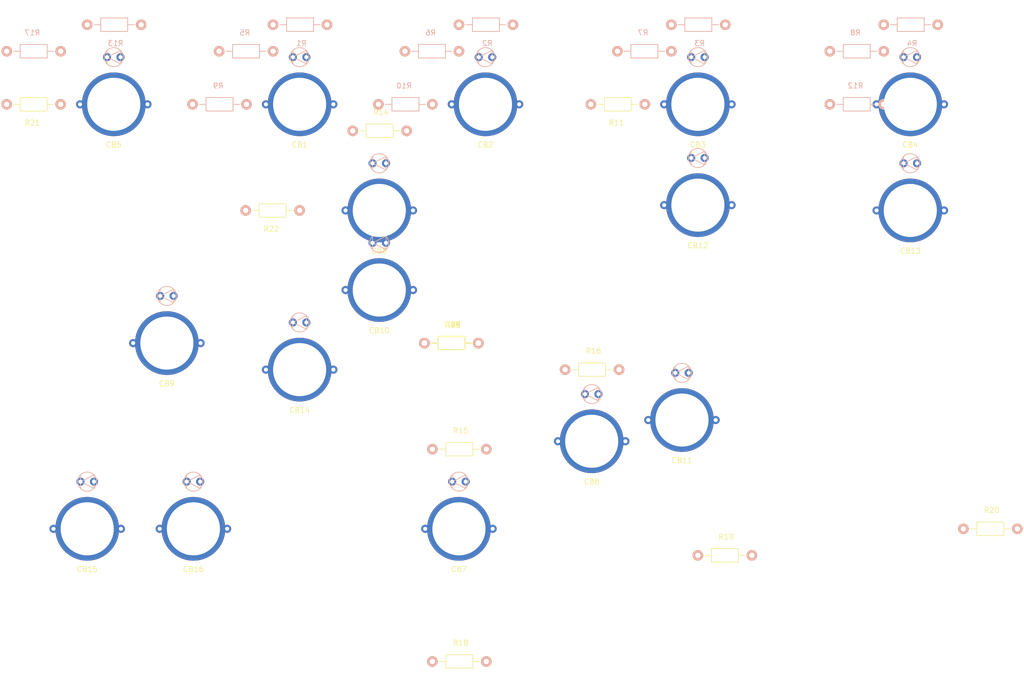
<source format=kicad_pcb>
(kicad_pcb (version 4) (host pcbnew 4.0.4-stable)

  (general
    (links 48)
    (no_connects 48)
    (area 0 0 0 0)
    (thickness 1.6)
    (drawings 0)
    (tracks 0)
    (zones 0)
    (modules 64)
    (nets 113)
  )

  (page A4)
  (layers
    (0 F.Cu signal)
    (31 B.Cu signal)
    (32 B.Adhes user)
    (33 F.Adhes user)
    (34 B.Paste user)
    (35 F.Paste user)
    (36 B.SilkS user)
    (37 F.SilkS user)
    (38 B.Mask user)
    (39 F.Mask user)
    (40 Dwgs.User user)
    (41 Cmts.User user)
    (42 Eco1.User user)
    (43 Eco2.User user)
    (44 Edge.Cuts user)
    (45 Margin user)
    (46 B.CrtYd user)
    (47 F.CrtYd user)
    (48 B.Fab user)
    (49 F.Fab user)
  )

  (setup
    (last_trace_width 0.25)
    (trace_clearance 0.2)
    (zone_clearance 0.508)
    (zone_45_only no)
    (trace_min 0.2)
    (segment_width 0.2)
    (edge_width 0.15)
    (via_size 0.6)
    (via_drill 0.4)
    (via_min_size 0.4)
    (via_min_drill 0.3)
    (uvia_size 0.3)
    (uvia_drill 0.1)
    (uvias_allowed no)
    (uvia_min_size 0.2)
    (uvia_min_drill 0.1)
    (pcb_text_width 0.3)
    (pcb_text_size 1.5 1.5)
    (mod_edge_width 0.15)
    (mod_text_size 1 1)
    (mod_text_width 0.15)
    (pad_size 1.524 1.524)
    (pad_drill 0.762)
    (pad_to_mask_clearance 0.2)
    (aux_axis_origin 0 0)
    (visible_elements FFFFFF7F)
    (pcbplotparams
      (layerselection 0x00030_80000001)
      (usegerberextensions false)
      (excludeedgelayer true)
      (linewidth 0.100000)
      (plotframeref false)
      (viasonmask false)
      (mode 1)
      (useauxorigin false)
      (hpglpennumber 1)
      (hpglpenspeed 20)
      (hpglpendiameter 15)
      (hpglpenoverlay 2)
      (psnegative false)
      (psa4output false)
      (plotreference true)
      (plotvalue true)
      (plotinvisibletext false)
      (padsonsilk false)
      (subtractmaskfromsilk false)
      (outputformat 1)
      (mirror false)
      (drillshape 1)
      (scaleselection 1)
      (outputdirectory ""))
  )

  (net 0 "")
  (net 1 "Net-(CB1-Pad1)")
  (net 2 "Net-(CB1-Pad2)")
  (net 3 "Net-(CB1-Pad3)")
  (net 4 "Net-(CB1-Pad4)")
  (net 5 "Net-(CB2-Pad1)")
  (net 6 "Net-(CB2-Pad2)")
  (net 7 "Net-(CB2-Pad3)")
  (net 8 "Net-(CB2-Pad4)")
  (net 9 "Net-(CB3-Pad1)")
  (net 10 "Net-(CB3-Pad2)")
  (net 11 "Net-(CB3-Pad3)")
  (net 12 "Net-(CB3-Pad4)")
  (net 13 "Net-(CB4-Pad1)")
  (net 14 "Net-(CB4-Pad2)")
  (net 15 "Net-(CB4-Pad3)")
  (net 16 "Net-(CB4-Pad4)")
  (net 17 "Net-(CB5-Pad1)")
  (net 18 "Net-(CB5-Pad2)")
  (net 19 "Net-(CB5-Pad3)")
  (net 20 "Net-(CB5-Pad4)")
  (net 21 "Net-(CB6-Pad1)")
  (net 22 "Net-(CB6-Pad2)")
  (net 23 "Net-(CB6-Pad3)")
  (net 24 "Net-(CB6-Pad4)")
  (net 25 "Net-(CB7-Pad1)")
  (net 26 "Net-(CB7-Pad2)")
  (net 27 "Net-(CB7-Pad3)")
  (net 28 "Net-(CB7-Pad4)")
  (net 29 "Net-(CB8-Pad1)")
  (net 30 "Net-(CB8-Pad2)")
  (net 31 "Net-(CB8-Pad3)")
  (net 32 "Net-(CB8-Pad4)")
  (net 33 "Net-(CB9-Pad1)")
  (net 34 "Net-(CB9-Pad2)")
  (net 35 "Net-(CB9-Pad3)")
  (net 36 "Net-(CB9-Pad4)")
  (net 37 "Net-(CB10-Pad1)")
  (net 38 "Net-(CB10-Pad2)")
  (net 39 "Net-(CB10-Pad3)")
  (net 40 "Net-(CB10-Pad4)")
  (net 41 "Net-(CB11-Pad1)")
  (net 42 "Net-(CB11-Pad2)")
  (net 43 "Net-(CB11-Pad3)")
  (net 44 "Net-(CB11-Pad4)")
  (net 45 "Net-(CB12-Pad1)")
  (net 46 "Net-(CB12-Pad2)")
  (net 47 "Net-(CB12-Pad3)")
  (net 48 "Net-(CB12-Pad4)")
  (net 49 "Net-(CB13-Pad1)")
  (net 50 "Net-(CB13-Pad2)")
  (net 51 "Net-(CB13-Pad3)")
  (net 52 "Net-(CB13-Pad4)")
  (net 53 "Net-(CB14-Pad1)")
  (net 54 "Net-(CB14-Pad2)")
  (net 55 "Net-(CB14-Pad3)")
  (net 56 "Net-(CB14-Pad4)")
  (net 57 "Net-(CB15-Pad1)")
  (net 58 "Net-(CB15-Pad2)")
  (net 59 "Net-(CB15-Pad3)")
  (net 60 "Net-(CB15-Pad4)")
  (net 61 "Net-(CB16-Pad1)")
  (net 62 "Net-(CB16-Pad2)")
  (net 63 "Net-(CB16-Pad3)")
  (net 64 "Net-(CB16-Pad4)")
  (net 65 "Net-(R1-Pad1)")
  (net 66 "Net-(R2-Pad1)")
  (net 67 "Net-(R3-Pad1)")
  (net 68 "Net-(R4-Pad1)")
  (net 69 "Net-(R5-Pad2)")
  (net 70 "Net-(R6-Pad2)")
  (net 71 "Net-(R7-Pad2)")
  (net 72 "Net-(R8-Pad2)")
  (net 73 "Net-(R9-Pad2)")
  (net 74 "Net-(R10-Pad2)")
  (net 75 "Net-(R11-Pad2)")
  (net 76 "Net-(R12-Pad2)")
  (net 77 "Net-(R13-Pad1)")
  (net 78 "Net-(R14-Pad1)")
  (net 79 "Net-(R15-Pad1)")
  (net 80 "Net-(R16-Pad1)")
  (net 81 "Net-(R17-Pad2)")
  (net 82 "Net-(R18-Pad2)")
  (net 83 "Net-(R19-Pad2)")
  (net 84 "Net-(R20-Pad2)")
  (net 85 "Net-(R21-Pad2)")
  (net 86 "Net-(R22-Pad2)")
  (net 87 "Net-(R23-Pad2)")
  (net 88 "Net-(R24-Pad2)")
  (net 89 "Net-(R25-Pad1)")
  (net 90 "Net-(R26-Pad1)")
  (net 91 "Net-(R27-Pad1)")
  (net 92 "Net-(R28-Pad1)")
  (net 93 "Net-(R29-Pad2)")
  (net 94 "Net-(R30-Pad2)")
  (net 95 "Net-(R31-Pad2)")
  (net 96 "Net-(R32-Pad2)")
  (net 97 "Net-(R33-Pad2)")
  (net 98 "Net-(R34-Pad2)")
  (net 99 "Net-(R35-Pad2)")
  (net 100 "Net-(R36-Pad2)")
  (net 101 "Net-(R37-Pad1)")
  (net 102 "Net-(R38-Pad1)")
  (net 103 "Net-(R39-Pad1)")
  (net 104 "Net-(R40-Pad1)")
  (net 105 "Net-(R41-Pad2)")
  (net 106 "Net-(R42-Pad2)")
  (net 107 "Net-(R43-Pad2)")
  (net 108 "Net-(R44-Pad2)")
  (net 109 "Net-(R45-Pad2)")
  (net 110 "Net-(R46-Pad2)")
  (net 111 "Net-(R47-Pad2)")
  (net 112 "Net-(R48-Pad2)")

  (net_class Default "This is the default net class."
    (clearance 0.2)
    (trace_width 0.25)
    (via_dia 0.6)
    (via_drill 0.4)
    (uvia_dia 0.3)
    (uvia_drill 0.1)
    (add_net "Net-(CB1-Pad1)")
    (add_net "Net-(CB1-Pad2)")
    (add_net "Net-(CB1-Pad3)")
    (add_net "Net-(CB1-Pad4)")
    (add_net "Net-(CB10-Pad1)")
    (add_net "Net-(CB10-Pad2)")
    (add_net "Net-(CB10-Pad3)")
    (add_net "Net-(CB10-Pad4)")
    (add_net "Net-(CB11-Pad1)")
    (add_net "Net-(CB11-Pad2)")
    (add_net "Net-(CB11-Pad3)")
    (add_net "Net-(CB11-Pad4)")
    (add_net "Net-(CB12-Pad1)")
    (add_net "Net-(CB12-Pad2)")
    (add_net "Net-(CB12-Pad3)")
    (add_net "Net-(CB12-Pad4)")
    (add_net "Net-(CB13-Pad1)")
    (add_net "Net-(CB13-Pad2)")
    (add_net "Net-(CB13-Pad3)")
    (add_net "Net-(CB13-Pad4)")
    (add_net "Net-(CB14-Pad1)")
    (add_net "Net-(CB14-Pad2)")
    (add_net "Net-(CB14-Pad3)")
    (add_net "Net-(CB14-Pad4)")
    (add_net "Net-(CB15-Pad1)")
    (add_net "Net-(CB15-Pad2)")
    (add_net "Net-(CB15-Pad3)")
    (add_net "Net-(CB15-Pad4)")
    (add_net "Net-(CB16-Pad1)")
    (add_net "Net-(CB16-Pad2)")
    (add_net "Net-(CB16-Pad3)")
    (add_net "Net-(CB16-Pad4)")
    (add_net "Net-(CB2-Pad1)")
    (add_net "Net-(CB2-Pad2)")
    (add_net "Net-(CB2-Pad3)")
    (add_net "Net-(CB2-Pad4)")
    (add_net "Net-(CB3-Pad1)")
    (add_net "Net-(CB3-Pad2)")
    (add_net "Net-(CB3-Pad3)")
    (add_net "Net-(CB3-Pad4)")
    (add_net "Net-(CB4-Pad1)")
    (add_net "Net-(CB4-Pad2)")
    (add_net "Net-(CB4-Pad3)")
    (add_net "Net-(CB4-Pad4)")
    (add_net "Net-(CB5-Pad1)")
    (add_net "Net-(CB5-Pad2)")
    (add_net "Net-(CB5-Pad3)")
    (add_net "Net-(CB5-Pad4)")
    (add_net "Net-(CB6-Pad1)")
    (add_net "Net-(CB6-Pad2)")
    (add_net "Net-(CB6-Pad3)")
    (add_net "Net-(CB6-Pad4)")
    (add_net "Net-(CB7-Pad1)")
    (add_net "Net-(CB7-Pad2)")
    (add_net "Net-(CB7-Pad3)")
    (add_net "Net-(CB7-Pad4)")
    (add_net "Net-(CB8-Pad1)")
    (add_net "Net-(CB8-Pad2)")
    (add_net "Net-(CB8-Pad3)")
    (add_net "Net-(CB8-Pad4)")
    (add_net "Net-(CB9-Pad1)")
    (add_net "Net-(CB9-Pad2)")
    (add_net "Net-(CB9-Pad3)")
    (add_net "Net-(CB9-Pad4)")
    (add_net "Net-(R1-Pad1)")
    (add_net "Net-(R10-Pad2)")
    (add_net "Net-(R11-Pad2)")
    (add_net "Net-(R12-Pad2)")
    (add_net "Net-(R13-Pad1)")
    (add_net "Net-(R14-Pad1)")
    (add_net "Net-(R15-Pad1)")
    (add_net "Net-(R16-Pad1)")
    (add_net "Net-(R17-Pad2)")
    (add_net "Net-(R18-Pad2)")
    (add_net "Net-(R19-Pad2)")
    (add_net "Net-(R2-Pad1)")
    (add_net "Net-(R20-Pad2)")
    (add_net "Net-(R21-Pad2)")
    (add_net "Net-(R22-Pad2)")
    (add_net "Net-(R23-Pad2)")
    (add_net "Net-(R24-Pad2)")
    (add_net "Net-(R25-Pad1)")
    (add_net "Net-(R26-Pad1)")
    (add_net "Net-(R27-Pad1)")
    (add_net "Net-(R28-Pad1)")
    (add_net "Net-(R29-Pad2)")
    (add_net "Net-(R3-Pad1)")
    (add_net "Net-(R30-Pad2)")
    (add_net "Net-(R31-Pad2)")
    (add_net "Net-(R32-Pad2)")
    (add_net "Net-(R33-Pad2)")
    (add_net "Net-(R34-Pad2)")
    (add_net "Net-(R35-Pad2)")
    (add_net "Net-(R36-Pad2)")
    (add_net "Net-(R37-Pad1)")
    (add_net "Net-(R38-Pad1)")
    (add_net "Net-(R39-Pad1)")
    (add_net "Net-(R4-Pad1)")
    (add_net "Net-(R40-Pad1)")
    (add_net "Net-(R41-Pad2)")
    (add_net "Net-(R42-Pad2)")
    (add_net "Net-(R43-Pad2)")
    (add_net "Net-(R44-Pad2)")
    (add_net "Net-(R45-Pad2)")
    (add_net "Net-(R46-Pad2)")
    (add_net "Net-(R47-Pad2)")
    (add_net "Net-(R48-Pad2)")
    (add_net "Net-(R5-Pad2)")
    (add_net "Net-(R6-Pad2)")
    (add_net "Net-(R7-Pad2)")
    (add_net "Net-(R8-Pad2)")
    (add_net "Net-(R9-Pad2)")
  )

  (module antiButton:antiButton-footprint (layer F.Cu) (tedit 583217E4) (tstamp 58321D15)
    (at 125 60)
    (path /58321853)
    (fp_text reference CB1 (at 0 7.62) (layer F.SilkS)
      (effects (font (size 1 1) (thickness 0.15)))
    )
    (fp_text value Capacitive-button-01 (at 0 -7.62) (layer F.Fab) hide
      (effects (font (size 1 1) (thickness 0.15)))
    )
    (fp_line (start -1.27 -8.89) (end 1.27 -10.16) (layer B.SilkS) (width 0.15))
    (fp_line (start 1.27 -10.16) (end 1.27 -7.62) (layer B.SilkS) (width 0.15))
    (fp_line (start 1.27 -7.62) (end -1.27 -8.89) (layer B.SilkS) (width 0.15))
    (fp_line (start -1.27 -7.62) (end -1.27 -10.16) (layer B.SilkS) (width 0.15))
    (fp_circle (center 0 -8.89) (end 1.27 -7.62) (layer B.SilkS) (width 0.15))
    (pad 1 thru_hole circle (at 1.27 -8.89) (size 1.524 1.524) (drill 0.762) (layers *.Cu *.Mask)
      (net 1 "Net-(CB1-Pad1)"))
    (pad 2 thru_hole circle (at 6.35 0) (size 1.524 1.524) (drill 0.762) (layers *.Cu *.Mask)
      (net 2 "Net-(CB1-Pad2)"))
    (pad 3 thru_hole circle (at -1.27 -8.89) (size 1.524 1.524) (drill 0.762) (layers *.Cu *.Mask)
      (net 3 "Net-(CB1-Pad3)"))
    (pad 4 thru_hole circle (at -6.35 0) (size 1.524 1.524) (drill 0.762) (layers *.Cu *.Mask)
      (net 4 "Net-(CB1-Pad4)"))
    (pad X thru_hole circle (at 0 0) (size 12 12) (drill 10) (layers *.Cu *.Mask))
  )

  (module antiButton:antiButton-footprint (layer F.Cu) (tedit 583217E4) (tstamp 58321D1E)
    (at 160 60)
    (path /58321C22)
    (fp_text reference CB2 (at 0 7.62) (layer F.SilkS)
      (effects (font (size 1 1) (thickness 0.15)))
    )
    (fp_text value Capacitive-button-01 (at 0 -7.62) (layer F.Fab) hide
      (effects (font (size 1 1) (thickness 0.15)))
    )
    (fp_line (start -1.27 -8.89) (end 1.27 -10.16) (layer B.SilkS) (width 0.15))
    (fp_line (start 1.27 -10.16) (end 1.27 -7.62) (layer B.SilkS) (width 0.15))
    (fp_line (start 1.27 -7.62) (end -1.27 -8.89) (layer B.SilkS) (width 0.15))
    (fp_line (start -1.27 -7.62) (end -1.27 -10.16) (layer B.SilkS) (width 0.15))
    (fp_circle (center 0 -8.89) (end 1.27 -7.62) (layer B.SilkS) (width 0.15))
    (pad 1 thru_hole circle (at 1.27 -8.89) (size 1.524 1.524) (drill 0.762) (layers *.Cu *.Mask)
      (net 5 "Net-(CB2-Pad1)"))
    (pad 2 thru_hole circle (at 6.35 0) (size 1.524 1.524) (drill 0.762) (layers *.Cu *.Mask)
      (net 6 "Net-(CB2-Pad2)"))
    (pad 3 thru_hole circle (at -1.27 -8.89) (size 1.524 1.524) (drill 0.762) (layers *.Cu *.Mask)
      (net 7 "Net-(CB2-Pad3)"))
    (pad 4 thru_hole circle (at -6.35 0) (size 1.524 1.524) (drill 0.762) (layers *.Cu *.Mask)
      (net 8 "Net-(CB2-Pad4)"))
    (pad X thru_hole circle (at 0 0) (size 12 12) (drill 10) (layers *.Cu *.Mask))
  )

  (module antiButton:antiButton-footprint (layer F.Cu) (tedit 583217E4) (tstamp 58321D27)
    (at 200 60)
    (path /58325887)
    (fp_text reference CB3 (at 0 7.62) (layer F.SilkS)
      (effects (font (size 1 1) (thickness 0.15)))
    )
    (fp_text value Capacitive-button-01 (at 0 -7.62) (layer F.Fab) hide
      (effects (font (size 1 1) (thickness 0.15)))
    )
    (fp_line (start -1.27 -8.89) (end 1.27 -10.16) (layer B.SilkS) (width 0.15))
    (fp_line (start 1.27 -10.16) (end 1.27 -7.62) (layer B.SilkS) (width 0.15))
    (fp_line (start 1.27 -7.62) (end -1.27 -8.89) (layer B.SilkS) (width 0.15))
    (fp_line (start -1.27 -7.62) (end -1.27 -10.16) (layer B.SilkS) (width 0.15))
    (fp_circle (center 0 -8.89) (end 1.27 -7.62) (layer B.SilkS) (width 0.15))
    (pad 1 thru_hole circle (at 1.27 -8.89) (size 1.524 1.524) (drill 0.762) (layers *.Cu *.Mask)
      (net 9 "Net-(CB3-Pad1)"))
    (pad 2 thru_hole circle (at 6.35 0) (size 1.524 1.524) (drill 0.762) (layers *.Cu *.Mask)
      (net 10 "Net-(CB3-Pad2)"))
    (pad 3 thru_hole circle (at -1.27 -8.89) (size 1.524 1.524) (drill 0.762) (layers *.Cu *.Mask)
      (net 11 "Net-(CB3-Pad3)"))
    (pad 4 thru_hole circle (at -6.35 0) (size 1.524 1.524) (drill 0.762) (layers *.Cu *.Mask)
      (net 12 "Net-(CB3-Pad4)"))
    (pad X thru_hole circle (at 0 0) (size 12 12) (drill 10) (layers *.Cu *.Mask))
  )

  (module antiButton:antiButton-footprint (layer F.Cu) (tedit 583217E4) (tstamp 58321D30)
    (at 240 60)
    (path /58325893)
    (fp_text reference CB4 (at 0 7.62) (layer F.SilkS)
      (effects (font (size 1 1) (thickness 0.15)))
    )
    (fp_text value Capacitive-button-01 (at 0 -7.62) (layer F.Fab) hide
      (effects (font (size 1 1) (thickness 0.15)))
    )
    (fp_line (start -1.27 -8.89) (end 1.27 -10.16) (layer B.SilkS) (width 0.15))
    (fp_line (start 1.27 -10.16) (end 1.27 -7.62) (layer B.SilkS) (width 0.15))
    (fp_line (start 1.27 -7.62) (end -1.27 -8.89) (layer B.SilkS) (width 0.15))
    (fp_line (start -1.27 -7.62) (end -1.27 -10.16) (layer B.SilkS) (width 0.15))
    (fp_circle (center 0 -8.89) (end 1.27 -7.62) (layer B.SilkS) (width 0.15))
    (pad 1 thru_hole circle (at 1.27 -8.89) (size 1.524 1.524) (drill 0.762) (layers *.Cu *.Mask)
      (net 13 "Net-(CB4-Pad1)"))
    (pad 2 thru_hole circle (at 6.35 0) (size 1.524 1.524) (drill 0.762) (layers *.Cu *.Mask)
      (net 14 "Net-(CB4-Pad2)"))
    (pad 3 thru_hole circle (at -1.27 -8.89) (size 1.524 1.524) (drill 0.762) (layers *.Cu *.Mask)
      (net 15 "Net-(CB4-Pad3)"))
    (pad 4 thru_hole circle (at -6.35 0) (size 1.524 1.524) (drill 0.762) (layers *.Cu *.Mask)
      (net 16 "Net-(CB4-Pad4)"))
    (pad X thru_hole circle (at 0 0) (size 12 12) (drill 10) (layers *.Cu *.Mask))
  )

  (module antiButton:antiButton-footprint (layer F.Cu) (tedit 583217E4) (tstamp 58321D39)
    (at 90 60)
    (path /58321970)
    (fp_text reference CB5 (at 0 7.62) (layer F.SilkS)
      (effects (font (size 1 1) (thickness 0.15)))
    )
    (fp_text value Capacitive-button-01 (at 0 -7.62) (layer F.Fab) hide
      (effects (font (size 1 1) (thickness 0.15)))
    )
    (fp_line (start -1.27 -8.89) (end 1.27 -10.16) (layer B.SilkS) (width 0.15))
    (fp_line (start 1.27 -10.16) (end 1.27 -7.62) (layer B.SilkS) (width 0.15))
    (fp_line (start 1.27 -7.62) (end -1.27 -8.89) (layer B.SilkS) (width 0.15))
    (fp_line (start -1.27 -7.62) (end -1.27 -10.16) (layer B.SilkS) (width 0.15))
    (fp_circle (center 0 -8.89) (end 1.27 -7.62) (layer B.SilkS) (width 0.15))
    (pad 1 thru_hole circle (at 1.27 -8.89) (size 1.524 1.524) (drill 0.762) (layers *.Cu *.Mask)
      (net 17 "Net-(CB5-Pad1)"))
    (pad 2 thru_hole circle (at 6.35 0) (size 1.524 1.524) (drill 0.762) (layers *.Cu *.Mask)
      (net 18 "Net-(CB5-Pad2)"))
    (pad 3 thru_hole circle (at -1.27 -8.89) (size 1.524 1.524) (drill 0.762) (layers *.Cu *.Mask)
      (net 19 "Net-(CB5-Pad3)"))
    (pad 4 thru_hole circle (at -6.35 0) (size 1.524 1.524) (drill 0.762) (layers *.Cu *.Mask)
      (net 20 "Net-(CB5-Pad4)"))
    (pad X thru_hole circle (at 0 0) (size 12 12) (drill 10) (layers *.Cu *.Mask))
  )

  (module antiButton:antiButton-footprint (layer F.Cu) (tedit 583217E4) (tstamp 58321D42)
    (at 140 80)
    (path /58321C28)
    (fp_text reference CB6 (at 0 7.62) (layer F.SilkS)
      (effects (font (size 1 1) (thickness 0.15)))
    )
    (fp_text value Capacitive-button-01 (at 0 -7.62) (layer F.Fab) hide
      (effects (font (size 1 1) (thickness 0.15)))
    )
    (fp_line (start -1.27 -8.89) (end 1.27 -10.16) (layer B.SilkS) (width 0.15))
    (fp_line (start 1.27 -10.16) (end 1.27 -7.62) (layer B.SilkS) (width 0.15))
    (fp_line (start 1.27 -7.62) (end -1.27 -8.89) (layer B.SilkS) (width 0.15))
    (fp_line (start -1.27 -7.62) (end -1.27 -10.16) (layer B.SilkS) (width 0.15))
    (fp_circle (center 0 -8.89) (end 1.27 -7.62) (layer B.SilkS) (width 0.15))
    (pad 1 thru_hole circle (at 1.27 -8.89) (size 1.524 1.524) (drill 0.762) (layers *.Cu *.Mask)
      (net 21 "Net-(CB6-Pad1)"))
    (pad 2 thru_hole circle (at 6.35 0) (size 1.524 1.524) (drill 0.762) (layers *.Cu *.Mask)
      (net 22 "Net-(CB6-Pad2)"))
    (pad 3 thru_hole circle (at -1.27 -8.89) (size 1.524 1.524) (drill 0.762) (layers *.Cu *.Mask)
      (net 23 "Net-(CB6-Pad3)"))
    (pad 4 thru_hole circle (at -6.35 0) (size 1.524 1.524) (drill 0.762) (layers *.Cu *.Mask)
      (net 24 "Net-(CB6-Pad4)"))
    (pad X thru_hole circle (at 0 0) (size 12 12) (drill 10) (layers *.Cu *.Mask))
  )

  (module antiButton:antiButton-footprint (layer F.Cu) (tedit 583217E4) (tstamp 58321D4B)
    (at 155 140)
    (path /5832588D)
    (fp_text reference CB7 (at 0 7.62) (layer F.SilkS)
      (effects (font (size 1 1) (thickness 0.15)))
    )
    (fp_text value Capacitive-button-01 (at 0 -7.62) (layer F.Fab) hide
      (effects (font (size 1 1) (thickness 0.15)))
    )
    (fp_line (start -1.27 -8.89) (end 1.27 -10.16) (layer B.SilkS) (width 0.15))
    (fp_line (start 1.27 -10.16) (end 1.27 -7.62) (layer B.SilkS) (width 0.15))
    (fp_line (start 1.27 -7.62) (end -1.27 -8.89) (layer B.SilkS) (width 0.15))
    (fp_line (start -1.27 -7.62) (end -1.27 -10.16) (layer B.SilkS) (width 0.15))
    (fp_circle (center 0 -8.89) (end 1.27 -7.62) (layer B.SilkS) (width 0.15))
    (pad 1 thru_hole circle (at 1.27 -8.89) (size 1.524 1.524) (drill 0.762) (layers *.Cu *.Mask)
      (net 25 "Net-(CB7-Pad1)"))
    (pad 2 thru_hole circle (at 6.35 0) (size 1.524 1.524) (drill 0.762) (layers *.Cu *.Mask)
      (net 26 "Net-(CB7-Pad2)"))
    (pad 3 thru_hole circle (at -1.27 -8.89) (size 1.524 1.524) (drill 0.762) (layers *.Cu *.Mask)
      (net 27 "Net-(CB7-Pad3)"))
    (pad 4 thru_hole circle (at -6.35 0) (size 1.524 1.524) (drill 0.762) (layers *.Cu *.Mask)
      (net 28 "Net-(CB7-Pad4)"))
    (pad X thru_hole circle (at 0 0) (size 12 12) (drill 10) (layers *.Cu *.Mask))
  )

  (module antiButton:antiButton-footprint (layer F.Cu) (tedit 583217E4) (tstamp 58321D54)
    (at 180 123.5)
    (path /58325899)
    (fp_text reference CB8 (at 0 7.62) (layer F.SilkS)
      (effects (font (size 1 1) (thickness 0.15)))
    )
    (fp_text value Capacitive-button-01 (at 0 -7.62) (layer F.Fab) hide
      (effects (font (size 1 1) (thickness 0.15)))
    )
    (fp_line (start -1.27 -8.89) (end 1.27 -10.16) (layer B.SilkS) (width 0.15))
    (fp_line (start 1.27 -10.16) (end 1.27 -7.62) (layer B.SilkS) (width 0.15))
    (fp_line (start 1.27 -7.62) (end -1.27 -8.89) (layer B.SilkS) (width 0.15))
    (fp_line (start -1.27 -7.62) (end -1.27 -10.16) (layer B.SilkS) (width 0.15))
    (fp_circle (center 0 -8.89) (end 1.27 -7.62) (layer B.SilkS) (width 0.15))
    (pad 1 thru_hole circle (at 1.27 -8.89) (size 1.524 1.524) (drill 0.762) (layers *.Cu *.Mask)
      (net 29 "Net-(CB8-Pad1)"))
    (pad 2 thru_hole circle (at 6.35 0) (size 1.524 1.524) (drill 0.762) (layers *.Cu *.Mask)
      (net 30 "Net-(CB8-Pad2)"))
    (pad 3 thru_hole circle (at -1.27 -8.89) (size 1.524 1.524) (drill 0.762) (layers *.Cu *.Mask)
      (net 31 "Net-(CB8-Pad3)"))
    (pad 4 thru_hole circle (at -6.35 0) (size 1.524 1.524) (drill 0.762) (layers *.Cu *.Mask)
      (net 32 "Net-(CB8-Pad4)"))
    (pad X thru_hole circle (at 0 0) (size 12 12) (drill 10) (layers *.Cu *.Mask))
  )

  (module antiButton:antiButton-footprint (layer F.Cu) (tedit 583217E4) (tstamp 58321D5D)
    (at 100 105)
    (path /58326967)
    (fp_text reference CB9 (at 0 7.62) (layer F.SilkS)
      (effects (font (size 1 1) (thickness 0.15)))
    )
    (fp_text value Capacitive-button-01 (at 0 -7.62) (layer F.Fab) hide
      (effects (font (size 1 1) (thickness 0.15)))
    )
    (fp_line (start -1.27 -8.89) (end 1.27 -10.16) (layer B.SilkS) (width 0.15))
    (fp_line (start 1.27 -10.16) (end 1.27 -7.62) (layer B.SilkS) (width 0.15))
    (fp_line (start 1.27 -7.62) (end -1.27 -8.89) (layer B.SilkS) (width 0.15))
    (fp_line (start -1.27 -7.62) (end -1.27 -10.16) (layer B.SilkS) (width 0.15))
    (fp_circle (center 0 -8.89) (end 1.27 -7.62) (layer B.SilkS) (width 0.15))
    (pad 1 thru_hole circle (at 1.27 -8.89) (size 1.524 1.524) (drill 0.762) (layers *.Cu *.Mask)
      (net 33 "Net-(CB9-Pad1)"))
    (pad 2 thru_hole circle (at 6.35 0) (size 1.524 1.524) (drill 0.762) (layers *.Cu *.Mask)
      (net 34 "Net-(CB9-Pad2)"))
    (pad 3 thru_hole circle (at -1.27 -8.89) (size 1.524 1.524) (drill 0.762) (layers *.Cu *.Mask)
      (net 35 "Net-(CB9-Pad3)"))
    (pad 4 thru_hole circle (at -6.35 0) (size 1.524 1.524) (drill 0.762) (layers *.Cu *.Mask)
      (net 36 "Net-(CB9-Pad4)"))
    (pad X thru_hole circle (at 0 0) (size 12 12) (drill 10) (layers *.Cu *.Mask))
  )

  (module antiButton:antiButton-footprint (layer F.Cu) (tedit 583217E4) (tstamp 58321D66)
    (at 140 95)
    (path /58326973)
    (fp_text reference CB10 (at 0 7.62) (layer F.SilkS)
      (effects (font (size 1 1) (thickness 0.15)))
    )
    (fp_text value Capacitive-button-01 (at 0 -7.62) (layer F.Fab) hide
      (effects (font (size 1 1) (thickness 0.15)))
    )
    (fp_line (start -1.27 -8.89) (end 1.27 -10.16) (layer B.SilkS) (width 0.15))
    (fp_line (start 1.27 -10.16) (end 1.27 -7.62) (layer B.SilkS) (width 0.15))
    (fp_line (start 1.27 -7.62) (end -1.27 -8.89) (layer B.SilkS) (width 0.15))
    (fp_line (start -1.27 -7.62) (end -1.27 -10.16) (layer B.SilkS) (width 0.15))
    (fp_circle (center 0 -8.89) (end 1.27 -7.62) (layer B.SilkS) (width 0.15))
    (pad 1 thru_hole circle (at 1.27 -8.89) (size 1.524 1.524) (drill 0.762) (layers *.Cu *.Mask)
      (net 37 "Net-(CB10-Pad1)"))
    (pad 2 thru_hole circle (at 6.35 0) (size 1.524 1.524) (drill 0.762) (layers *.Cu *.Mask)
      (net 38 "Net-(CB10-Pad2)"))
    (pad 3 thru_hole circle (at -1.27 -8.89) (size 1.524 1.524) (drill 0.762) (layers *.Cu *.Mask)
      (net 39 "Net-(CB10-Pad3)"))
    (pad 4 thru_hole circle (at -6.35 0) (size 1.524 1.524) (drill 0.762) (layers *.Cu *.Mask)
      (net 40 "Net-(CB10-Pad4)"))
    (pad X thru_hole circle (at 0 0) (size 12 12) (drill 10) (layers *.Cu *.Mask))
  )

  (module antiButton:antiButton-footprint (layer F.Cu) (tedit 583217E4) (tstamp 58321D6F)
    (at 197 119.5)
    (path /583269C7)
    (fp_text reference CB11 (at 0 7.62) (layer F.SilkS)
      (effects (font (size 1 1) (thickness 0.15)))
    )
    (fp_text value Capacitive-button-01 (at 0 -7.62) (layer F.Fab) hide
      (effects (font (size 1 1) (thickness 0.15)))
    )
    (fp_line (start -1.27 -8.89) (end 1.27 -10.16) (layer B.SilkS) (width 0.15))
    (fp_line (start 1.27 -10.16) (end 1.27 -7.62) (layer B.SilkS) (width 0.15))
    (fp_line (start 1.27 -7.62) (end -1.27 -8.89) (layer B.SilkS) (width 0.15))
    (fp_line (start -1.27 -7.62) (end -1.27 -10.16) (layer B.SilkS) (width 0.15))
    (fp_circle (center 0 -8.89) (end 1.27 -7.62) (layer B.SilkS) (width 0.15))
    (pad 1 thru_hole circle (at 1.27 -8.89) (size 1.524 1.524) (drill 0.762) (layers *.Cu *.Mask)
      (net 41 "Net-(CB11-Pad1)"))
    (pad 2 thru_hole circle (at 6.35 0) (size 1.524 1.524) (drill 0.762) (layers *.Cu *.Mask)
      (net 42 "Net-(CB11-Pad2)"))
    (pad 3 thru_hole circle (at -1.27 -8.89) (size 1.524 1.524) (drill 0.762) (layers *.Cu *.Mask)
      (net 43 "Net-(CB11-Pad3)"))
    (pad 4 thru_hole circle (at -6.35 0) (size 1.524 1.524) (drill 0.762) (layers *.Cu *.Mask)
      (net 44 "Net-(CB11-Pad4)"))
    (pad X thru_hole circle (at 0 0) (size 12 12) (drill 10) (layers *.Cu *.Mask))
  )

  (module antiButton:antiButton-footprint (layer F.Cu) (tedit 583217E4) (tstamp 58321D78)
    (at 200 79)
    (path /583269D3)
    (fp_text reference CB12 (at 0 7.62) (layer F.SilkS)
      (effects (font (size 1 1) (thickness 0.15)))
    )
    (fp_text value Capacitive-button-01 (at 0 -7.62) (layer F.Fab) hide
      (effects (font (size 1 1) (thickness 0.15)))
    )
    (fp_line (start -1.27 -8.89) (end 1.27 -10.16) (layer B.SilkS) (width 0.15))
    (fp_line (start 1.27 -10.16) (end 1.27 -7.62) (layer B.SilkS) (width 0.15))
    (fp_line (start 1.27 -7.62) (end -1.27 -8.89) (layer B.SilkS) (width 0.15))
    (fp_line (start -1.27 -7.62) (end -1.27 -10.16) (layer B.SilkS) (width 0.15))
    (fp_circle (center 0 -8.89) (end 1.27 -7.62) (layer B.SilkS) (width 0.15))
    (pad 1 thru_hole circle (at 1.27 -8.89) (size 1.524 1.524) (drill 0.762) (layers *.Cu *.Mask)
      (net 45 "Net-(CB12-Pad1)"))
    (pad 2 thru_hole circle (at 6.35 0) (size 1.524 1.524) (drill 0.762) (layers *.Cu *.Mask)
      (net 46 "Net-(CB12-Pad2)"))
    (pad 3 thru_hole circle (at -1.27 -8.89) (size 1.524 1.524) (drill 0.762) (layers *.Cu *.Mask)
      (net 47 "Net-(CB12-Pad3)"))
    (pad 4 thru_hole circle (at -6.35 0) (size 1.524 1.524) (drill 0.762) (layers *.Cu *.Mask)
      (net 48 "Net-(CB12-Pad4)"))
    (pad X thru_hole circle (at 0 0) (size 12 12) (drill 10) (layers *.Cu *.Mask))
  )

  (module antiButton:antiButton-footprint (layer F.Cu) (tedit 583217E4) (tstamp 58321D81)
    (at 240 80)
    (path /5832696D)
    (fp_text reference CB13 (at 0 7.62) (layer F.SilkS)
      (effects (font (size 1 1) (thickness 0.15)))
    )
    (fp_text value Capacitive-button-01 (at 0 -7.62) (layer F.Fab) hide
      (effects (font (size 1 1) (thickness 0.15)))
    )
    (fp_line (start -1.27 -8.89) (end 1.27 -10.16) (layer B.SilkS) (width 0.15))
    (fp_line (start 1.27 -10.16) (end 1.27 -7.62) (layer B.SilkS) (width 0.15))
    (fp_line (start 1.27 -7.62) (end -1.27 -8.89) (layer B.SilkS) (width 0.15))
    (fp_line (start -1.27 -7.62) (end -1.27 -10.16) (layer B.SilkS) (width 0.15))
    (fp_circle (center 0 -8.89) (end 1.27 -7.62) (layer B.SilkS) (width 0.15))
    (pad 1 thru_hole circle (at 1.27 -8.89) (size 1.524 1.524) (drill 0.762) (layers *.Cu *.Mask)
      (net 49 "Net-(CB13-Pad1)"))
    (pad 2 thru_hole circle (at 6.35 0) (size 1.524 1.524) (drill 0.762) (layers *.Cu *.Mask)
      (net 50 "Net-(CB13-Pad2)"))
    (pad 3 thru_hole circle (at -1.27 -8.89) (size 1.524 1.524) (drill 0.762) (layers *.Cu *.Mask)
      (net 51 "Net-(CB13-Pad3)"))
    (pad 4 thru_hole circle (at -6.35 0) (size 1.524 1.524) (drill 0.762) (layers *.Cu *.Mask)
      (net 52 "Net-(CB13-Pad4)"))
    (pad X thru_hole circle (at 0 0) (size 12 12) (drill 10) (layers *.Cu *.Mask))
  )

  (module antiButton:antiButton-footprint (layer F.Cu) (tedit 583217E4) (tstamp 58321D8A)
    (at 125 110)
    (path /58326979)
    (fp_text reference CB14 (at 0 7.62) (layer F.SilkS)
      (effects (font (size 1 1) (thickness 0.15)))
    )
    (fp_text value Capacitive-button-01 (at 0 -7.62) (layer F.Fab) hide
      (effects (font (size 1 1) (thickness 0.15)))
    )
    (fp_line (start -1.27 -8.89) (end 1.27 -10.16) (layer B.SilkS) (width 0.15))
    (fp_line (start 1.27 -10.16) (end 1.27 -7.62) (layer B.SilkS) (width 0.15))
    (fp_line (start 1.27 -7.62) (end -1.27 -8.89) (layer B.SilkS) (width 0.15))
    (fp_line (start -1.27 -7.62) (end -1.27 -10.16) (layer B.SilkS) (width 0.15))
    (fp_circle (center 0 -8.89) (end 1.27 -7.62) (layer B.SilkS) (width 0.15))
    (pad 1 thru_hole circle (at 1.27 -8.89) (size 1.524 1.524) (drill 0.762) (layers *.Cu *.Mask)
      (net 53 "Net-(CB14-Pad1)"))
    (pad 2 thru_hole circle (at 6.35 0) (size 1.524 1.524) (drill 0.762) (layers *.Cu *.Mask)
      (net 54 "Net-(CB14-Pad2)"))
    (pad 3 thru_hole circle (at -1.27 -8.89) (size 1.524 1.524) (drill 0.762) (layers *.Cu *.Mask)
      (net 55 "Net-(CB14-Pad3)"))
    (pad 4 thru_hole circle (at -6.35 0) (size 1.524 1.524) (drill 0.762) (layers *.Cu *.Mask)
      (net 56 "Net-(CB14-Pad4)"))
    (pad X thru_hole circle (at 0 0) (size 12 12) (drill 10) (layers *.Cu *.Mask))
  )

  (module antiButton:antiButton-footprint (layer F.Cu) (tedit 583217E4) (tstamp 58321D93)
    (at 85 140)
    (path /583269CD)
    (fp_text reference CB15 (at 0 7.62) (layer F.SilkS)
      (effects (font (size 1 1) (thickness 0.15)))
    )
    (fp_text value Capacitive-button-01 (at 0 -7.62) (layer F.Fab) hide
      (effects (font (size 1 1) (thickness 0.15)))
    )
    (fp_line (start -1.27 -8.89) (end 1.27 -10.16) (layer B.SilkS) (width 0.15))
    (fp_line (start 1.27 -10.16) (end 1.27 -7.62) (layer B.SilkS) (width 0.15))
    (fp_line (start 1.27 -7.62) (end -1.27 -8.89) (layer B.SilkS) (width 0.15))
    (fp_line (start -1.27 -7.62) (end -1.27 -10.16) (layer B.SilkS) (width 0.15))
    (fp_circle (center 0 -8.89) (end 1.27 -7.62) (layer B.SilkS) (width 0.15))
    (pad 1 thru_hole circle (at 1.27 -8.89) (size 1.524 1.524) (drill 0.762) (layers *.Cu *.Mask)
      (net 57 "Net-(CB15-Pad1)"))
    (pad 2 thru_hole circle (at 6.35 0) (size 1.524 1.524) (drill 0.762) (layers *.Cu *.Mask)
      (net 58 "Net-(CB15-Pad2)"))
    (pad 3 thru_hole circle (at -1.27 -8.89) (size 1.524 1.524) (drill 0.762) (layers *.Cu *.Mask)
      (net 59 "Net-(CB15-Pad3)"))
    (pad 4 thru_hole circle (at -6.35 0) (size 1.524 1.524) (drill 0.762) (layers *.Cu *.Mask)
      (net 60 "Net-(CB15-Pad4)"))
    (pad X thru_hole circle (at 0 0) (size 12 12) (drill 10) (layers *.Cu *.Mask))
  )

  (module antiButton:antiButton-footprint (layer F.Cu) (tedit 583217E4) (tstamp 58321D9C)
    (at 105 140)
    (path /583269D9)
    (fp_text reference CB16 (at 0 7.62) (layer F.SilkS)
      (effects (font (size 1 1) (thickness 0.15)))
    )
    (fp_text value Capacitive-button-01 (at 0 -7.62) (layer F.Fab) hide
      (effects (font (size 1 1) (thickness 0.15)))
    )
    (fp_line (start -1.27 -8.89) (end 1.27 -10.16) (layer B.SilkS) (width 0.15))
    (fp_line (start 1.27 -10.16) (end 1.27 -7.62) (layer B.SilkS) (width 0.15))
    (fp_line (start 1.27 -7.62) (end -1.27 -8.89) (layer B.SilkS) (width 0.15))
    (fp_line (start -1.27 -7.62) (end -1.27 -10.16) (layer B.SilkS) (width 0.15))
    (fp_circle (center 0 -8.89) (end 1.27 -7.62) (layer B.SilkS) (width 0.15))
    (pad 1 thru_hole circle (at 1.27 -8.89) (size 1.524 1.524) (drill 0.762) (layers *.Cu *.Mask)
      (net 61 "Net-(CB16-Pad1)"))
    (pad 2 thru_hole circle (at 6.35 0) (size 1.524 1.524) (drill 0.762) (layers *.Cu *.Mask)
      (net 62 "Net-(CB16-Pad2)"))
    (pad 3 thru_hole circle (at -1.27 -8.89) (size 1.524 1.524) (drill 0.762) (layers *.Cu *.Mask)
      (net 63 "Net-(CB16-Pad3)"))
    (pad 4 thru_hole circle (at -6.35 0) (size 1.524 1.524) (drill 0.762) (layers *.Cu *.Mask)
      (net 64 "Net-(CB16-Pad4)"))
    (pad X thru_hole circle (at 0 0) (size 12 12) (drill 10) (layers *.Cu *.Mask))
  )

  (module Resistors_ThroughHole:Resistor_Horizontal_RM10mm (layer B.Cu) (tedit 56648415) (tstamp 58321DA2)
    (at 120 45)
    (descr "Resistor, Axial,  RM 10mm, 1/3W")
    (tags "Resistor Axial RM 10mm 1/3W")
    (path /58321F75)
    (fp_text reference R1 (at 5.32892 3.50012) (layer B.SilkS)
      (effects (font (size 1 1) (thickness 0.15)) (justify mirror))
    )
    (fp_text value 1M (at 5.08 -3.81) (layer B.Fab)
      (effects (font (size 1 1) (thickness 0.15)) (justify mirror))
    )
    (fp_line (start -1.25 1.5) (end 11.4 1.5) (layer B.CrtYd) (width 0.05))
    (fp_line (start -1.25 -1.5) (end -1.25 1.5) (layer B.CrtYd) (width 0.05))
    (fp_line (start 11.4 1.5) (end 11.4 -1.5) (layer B.CrtYd) (width 0.05))
    (fp_line (start -1.25 -1.5) (end 11.4 -1.5) (layer B.CrtYd) (width 0.05))
    (fp_line (start 2.54 1.27) (end 7.62 1.27) (layer B.SilkS) (width 0.15))
    (fp_line (start 7.62 1.27) (end 7.62 -1.27) (layer B.SilkS) (width 0.15))
    (fp_line (start 7.62 -1.27) (end 2.54 -1.27) (layer B.SilkS) (width 0.15))
    (fp_line (start 2.54 -1.27) (end 2.54 1.27) (layer B.SilkS) (width 0.15))
    (fp_line (start 2.54 0) (end 1.27 0) (layer B.SilkS) (width 0.15))
    (fp_line (start 7.62 0) (end 8.89 0) (layer B.SilkS) (width 0.15))
    (pad 1 thru_hole circle (at 0 0) (size 1.99898 1.99898) (drill 1.00076) (layers *.Cu *.SilkS *.Mask)
      (net 65 "Net-(R1-Pad1)"))
    (pad 2 thru_hole circle (at 10.16 0) (size 1.99898 1.99898) (drill 1.00076) (layers *.Cu *.SilkS *.Mask)
      (net 2 "Net-(CB1-Pad2)"))
    (model Resistors_ThroughHole.3dshapes/Resistor_Horizontal_RM10mm.wrl
      (at (xyz 0.2 0 0))
      (scale (xyz 0.4 0.4 0.4))
      (rotate (xyz 0 0 0))
    )
  )

  (module Resistors_ThroughHole:Resistor_Horizontal_RM10mm (layer B.Cu) (tedit 56648415) (tstamp 58321DA8)
    (at 155 45)
    (descr "Resistor, Axial,  RM 10mm, 1/3W")
    (tags "Resistor Axial RM 10mm 1/3W")
    (path /583220FB)
    (fp_text reference R2 (at 5.32892 3.50012) (layer B.SilkS)
      (effects (font (size 1 1) (thickness 0.15)) (justify mirror))
    )
    (fp_text value 1M (at 5.08 -3.81) (layer B.Fab)
      (effects (font (size 1 1) (thickness 0.15)) (justify mirror))
    )
    (fp_line (start -1.25 1.5) (end 11.4 1.5) (layer B.CrtYd) (width 0.05))
    (fp_line (start -1.25 -1.5) (end -1.25 1.5) (layer B.CrtYd) (width 0.05))
    (fp_line (start 11.4 1.5) (end 11.4 -1.5) (layer B.CrtYd) (width 0.05))
    (fp_line (start -1.25 -1.5) (end 11.4 -1.5) (layer B.CrtYd) (width 0.05))
    (fp_line (start 2.54 1.27) (end 7.62 1.27) (layer B.SilkS) (width 0.15))
    (fp_line (start 7.62 1.27) (end 7.62 -1.27) (layer B.SilkS) (width 0.15))
    (fp_line (start 7.62 -1.27) (end 2.54 -1.27) (layer B.SilkS) (width 0.15))
    (fp_line (start 2.54 -1.27) (end 2.54 1.27) (layer B.SilkS) (width 0.15))
    (fp_line (start 2.54 0) (end 1.27 0) (layer B.SilkS) (width 0.15))
    (fp_line (start 7.62 0) (end 8.89 0) (layer B.SilkS) (width 0.15))
    (pad 1 thru_hole circle (at 0 0) (size 1.99898 1.99898) (drill 1.00076) (layers *.Cu *.SilkS *.Mask)
      (net 66 "Net-(R2-Pad1)"))
    (pad 2 thru_hole circle (at 10.16 0) (size 1.99898 1.99898) (drill 1.00076) (layers *.Cu *.SilkS *.Mask)
      (net 6 "Net-(CB2-Pad2)"))
    (model Resistors_ThroughHole.3dshapes/Resistor_Horizontal_RM10mm.wrl
      (at (xyz 0.2 0 0))
      (scale (xyz 0.4 0.4 0.4))
      (rotate (xyz 0 0 0))
    )
  )

  (module Resistors_ThroughHole:Resistor_Horizontal_RM10mm (layer B.Cu) (tedit 56648415) (tstamp 58321DAE)
    (at 195 45)
    (descr "Resistor, Axial,  RM 10mm, 1/3W")
    (tags "Resistor Axial RM 10mm 1/3W")
    (path /5832589F)
    (fp_text reference R3 (at 5.32892 3.50012) (layer B.SilkS)
      (effects (font (size 1 1) (thickness 0.15)) (justify mirror))
    )
    (fp_text value 1M (at 5.08 -3.81) (layer B.Fab)
      (effects (font (size 1 1) (thickness 0.15)) (justify mirror))
    )
    (fp_line (start -1.25 1.5) (end 11.4 1.5) (layer B.CrtYd) (width 0.05))
    (fp_line (start -1.25 -1.5) (end -1.25 1.5) (layer B.CrtYd) (width 0.05))
    (fp_line (start 11.4 1.5) (end 11.4 -1.5) (layer B.CrtYd) (width 0.05))
    (fp_line (start -1.25 -1.5) (end 11.4 -1.5) (layer B.CrtYd) (width 0.05))
    (fp_line (start 2.54 1.27) (end 7.62 1.27) (layer B.SilkS) (width 0.15))
    (fp_line (start 7.62 1.27) (end 7.62 -1.27) (layer B.SilkS) (width 0.15))
    (fp_line (start 7.62 -1.27) (end 2.54 -1.27) (layer B.SilkS) (width 0.15))
    (fp_line (start 2.54 -1.27) (end 2.54 1.27) (layer B.SilkS) (width 0.15))
    (fp_line (start 2.54 0) (end 1.27 0) (layer B.SilkS) (width 0.15))
    (fp_line (start 7.62 0) (end 8.89 0) (layer B.SilkS) (width 0.15))
    (pad 1 thru_hole circle (at 0 0) (size 1.99898 1.99898) (drill 1.00076) (layers *.Cu *.SilkS *.Mask)
      (net 67 "Net-(R3-Pad1)"))
    (pad 2 thru_hole circle (at 10.16 0) (size 1.99898 1.99898) (drill 1.00076) (layers *.Cu *.SilkS *.Mask)
      (net 10 "Net-(CB3-Pad2)"))
    (model Resistors_ThroughHole.3dshapes/Resistor_Horizontal_RM10mm.wrl
      (at (xyz 0.2 0 0))
      (scale (xyz 0.4 0.4 0.4))
      (rotate (xyz 0 0 0))
    )
  )

  (module Resistors_ThroughHole:Resistor_Horizontal_RM10mm (layer B.Cu) (tedit 56648415) (tstamp 58321DB4)
    (at 235 45)
    (descr "Resistor, Axial,  RM 10mm, 1/3W")
    (tags "Resistor Axial RM 10mm 1/3W")
    (path /583258A5)
    (fp_text reference R4 (at 5.32892 3.50012) (layer B.SilkS)
      (effects (font (size 1 1) (thickness 0.15)) (justify mirror))
    )
    (fp_text value 1M (at 5.08 -3.81) (layer B.Fab)
      (effects (font (size 1 1) (thickness 0.15)) (justify mirror))
    )
    (fp_line (start -1.25 1.5) (end 11.4 1.5) (layer B.CrtYd) (width 0.05))
    (fp_line (start -1.25 -1.5) (end -1.25 1.5) (layer B.CrtYd) (width 0.05))
    (fp_line (start 11.4 1.5) (end 11.4 -1.5) (layer B.CrtYd) (width 0.05))
    (fp_line (start -1.25 -1.5) (end 11.4 -1.5) (layer B.CrtYd) (width 0.05))
    (fp_line (start 2.54 1.27) (end 7.62 1.27) (layer B.SilkS) (width 0.15))
    (fp_line (start 7.62 1.27) (end 7.62 -1.27) (layer B.SilkS) (width 0.15))
    (fp_line (start 7.62 -1.27) (end 2.54 -1.27) (layer B.SilkS) (width 0.15))
    (fp_line (start 2.54 -1.27) (end 2.54 1.27) (layer B.SilkS) (width 0.15))
    (fp_line (start 2.54 0) (end 1.27 0) (layer B.SilkS) (width 0.15))
    (fp_line (start 7.62 0) (end 8.89 0) (layer B.SilkS) (width 0.15))
    (pad 1 thru_hole circle (at 0 0) (size 1.99898 1.99898) (drill 1.00076) (layers *.Cu *.SilkS *.Mask)
      (net 68 "Net-(R4-Pad1)"))
    (pad 2 thru_hole circle (at 10.16 0) (size 1.99898 1.99898) (drill 1.00076) (layers *.Cu *.SilkS *.Mask)
      (net 14 "Net-(CB4-Pad2)"))
    (model Resistors_ThroughHole.3dshapes/Resistor_Horizontal_RM10mm.wrl
      (at (xyz 0.2 0 0))
      (scale (xyz 0.4 0.4 0.4))
      (rotate (xyz 0 0 0))
    )
  )

  (module Resistors_ThroughHole:Resistor_Horizontal_RM10mm (layer B.Cu) (tedit 56648415) (tstamp 58321DBA)
    (at 120 50 180)
    (descr "Resistor, Axial,  RM 10mm, 1/3W")
    (tags "Resistor Axial RM 10mm 1/3W")
    (path /583230CB)
    (fp_text reference R5 (at 5.32892 3.50012 180) (layer B.SilkS)
      (effects (font (size 1 1) (thickness 0.15)) (justify mirror))
    )
    (fp_text value 150 (at 5.08 -3.81 180) (layer B.Fab)
      (effects (font (size 1 1) (thickness 0.15)) (justify mirror))
    )
    (fp_line (start -1.25 1.5) (end 11.4 1.5) (layer B.CrtYd) (width 0.05))
    (fp_line (start -1.25 -1.5) (end -1.25 1.5) (layer B.CrtYd) (width 0.05))
    (fp_line (start 11.4 1.5) (end 11.4 -1.5) (layer B.CrtYd) (width 0.05))
    (fp_line (start -1.25 -1.5) (end 11.4 -1.5) (layer B.CrtYd) (width 0.05))
    (fp_line (start 2.54 1.27) (end 7.62 1.27) (layer B.SilkS) (width 0.15))
    (fp_line (start 7.62 1.27) (end 7.62 -1.27) (layer B.SilkS) (width 0.15))
    (fp_line (start 7.62 -1.27) (end 2.54 -1.27) (layer B.SilkS) (width 0.15))
    (fp_line (start 2.54 -1.27) (end 2.54 1.27) (layer B.SilkS) (width 0.15))
    (fp_line (start 2.54 0) (end 1.27 0) (layer B.SilkS) (width 0.15))
    (fp_line (start 7.62 0) (end 8.89 0) (layer B.SilkS) (width 0.15))
    (pad 1 thru_hole circle (at 0 0 180) (size 1.99898 1.99898) (drill 1.00076) (layers *.Cu *.SilkS *.Mask)
      (net 3 "Net-(CB1-Pad3)"))
    (pad 2 thru_hole circle (at 10.16 0 180) (size 1.99898 1.99898) (drill 1.00076) (layers *.Cu *.SilkS *.Mask)
      (net 69 "Net-(R5-Pad2)"))
    (model Resistors_ThroughHole.3dshapes/Resistor_Horizontal_RM10mm.wrl
      (at (xyz 0.2 0 0))
      (scale (xyz 0.4 0.4 0.4))
      (rotate (xyz 0 0 0))
    )
  )

  (module Resistors_ThroughHole:Resistor_Horizontal_RM10mm (layer B.Cu) (tedit 56648415) (tstamp 58321DC0)
    (at 155 50 180)
    (descr "Resistor, Axial,  RM 10mm, 1/3W")
    (tags "Resistor Axial RM 10mm 1/3W")
    (path /58323230)
    (fp_text reference R6 (at 5.32892 3.50012 180) (layer B.SilkS)
      (effects (font (size 1 1) (thickness 0.15)) (justify mirror))
    )
    (fp_text value 150 (at 5.08 -3.81 180) (layer B.Fab)
      (effects (font (size 1 1) (thickness 0.15)) (justify mirror))
    )
    (fp_line (start -1.25 1.5) (end 11.4 1.5) (layer B.CrtYd) (width 0.05))
    (fp_line (start -1.25 -1.5) (end -1.25 1.5) (layer B.CrtYd) (width 0.05))
    (fp_line (start 11.4 1.5) (end 11.4 -1.5) (layer B.CrtYd) (width 0.05))
    (fp_line (start -1.25 -1.5) (end 11.4 -1.5) (layer B.CrtYd) (width 0.05))
    (fp_line (start 2.54 1.27) (end 7.62 1.27) (layer B.SilkS) (width 0.15))
    (fp_line (start 7.62 1.27) (end 7.62 -1.27) (layer B.SilkS) (width 0.15))
    (fp_line (start 7.62 -1.27) (end 2.54 -1.27) (layer B.SilkS) (width 0.15))
    (fp_line (start 2.54 -1.27) (end 2.54 1.27) (layer B.SilkS) (width 0.15))
    (fp_line (start 2.54 0) (end 1.27 0) (layer B.SilkS) (width 0.15))
    (fp_line (start 7.62 0) (end 8.89 0) (layer B.SilkS) (width 0.15))
    (pad 1 thru_hole circle (at 0 0 180) (size 1.99898 1.99898) (drill 1.00076) (layers *.Cu *.SilkS *.Mask)
      (net 7 "Net-(CB2-Pad3)"))
    (pad 2 thru_hole circle (at 10.16 0 180) (size 1.99898 1.99898) (drill 1.00076) (layers *.Cu *.SilkS *.Mask)
      (net 70 "Net-(R6-Pad2)"))
    (model Resistors_ThroughHole.3dshapes/Resistor_Horizontal_RM10mm.wrl
      (at (xyz 0.2 0 0))
      (scale (xyz 0.4 0.4 0.4))
      (rotate (xyz 0 0 0))
    )
  )

  (module Resistors_ThroughHole:Resistor_Horizontal_RM10mm (layer B.Cu) (tedit 56648415) (tstamp 58321DC6)
    (at 195 50 180)
    (descr "Resistor, Axial,  RM 10mm, 1/3W")
    (tags "Resistor Axial RM 10mm 1/3W")
    (path /583258CF)
    (fp_text reference R7 (at 5.32892 3.50012 180) (layer B.SilkS)
      (effects (font (size 1 1) (thickness 0.15)) (justify mirror))
    )
    (fp_text value 150 (at 5.08 -3.81 180) (layer B.Fab)
      (effects (font (size 1 1) (thickness 0.15)) (justify mirror))
    )
    (fp_line (start -1.25 1.5) (end 11.4 1.5) (layer B.CrtYd) (width 0.05))
    (fp_line (start -1.25 -1.5) (end -1.25 1.5) (layer B.CrtYd) (width 0.05))
    (fp_line (start 11.4 1.5) (end 11.4 -1.5) (layer B.CrtYd) (width 0.05))
    (fp_line (start -1.25 -1.5) (end 11.4 -1.5) (layer B.CrtYd) (width 0.05))
    (fp_line (start 2.54 1.27) (end 7.62 1.27) (layer B.SilkS) (width 0.15))
    (fp_line (start 7.62 1.27) (end 7.62 -1.27) (layer B.SilkS) (width 0.15))
    (fp_line (start 7.62 -1.27) (end 2.54 -1.27) (layer B.SilkS) (width 0.15))
    (fp_line (start 2.54 -1.27) (end 2.54 1.27) (layer B.SilkS) (width 0.15))
    (fp_line (start 2.54 0) (end 1.27 0) (layer B.SilkS) (width 0.15))
    (fp_line (start 7.62 0) (end 8.89 0) (layer B.SilkS) (width 0.15))
    (pad 1 thru_hole circle (at 0 0 180) (size 1.99898 1.99898) (drill 1.00076) (layers *.Cu *.SilkS *.Mask)
      (net 11 "Net-(CB3-Pad3)"))
    (pad 2 thru_hole circle (at 10.16 0 180) (size 1.99898 1.99898) (drill 1.00076) (layers *.Cu *.SilkS *.Mask)
      (net 71 "Net-(R7-Pad2)"))
    (model Resistors_ThroughHole.3dshapes/Resistor_Horizontal_RM10mm.wrl
      (at (xyz 0.2 0 0))
      (scale (xyz 0.4 0.4 0.4))
      (rotate (xyz 0 0 0))
    )
  )

  (module Resistors_ThroughHole:Resistor_Horizontal_RM10mm (layer B.Cu) (tedit 56648415) (tstamp 58321DCC)
    (at 235 50 180)
    (descr "Resistor, Axial,  RM 10mm, 1/3W")
    (tags "Resistor Axial RM 10mm 1/3W")
    (path /583258D5)
    (fp_text reference R8 (at 5.32892 3.50012 180) (layer B.SilkS)
      (effects (font (size 1 1) (thickness 0.15)) (justify mirror))
    )
    (fp_text value 150 (at 5.08 -3.81 180) (layer B.Fab)
      (effects (font (size 1 1) (thickness 0.15)) (justify mirror))
    )
    (fp_line (start -1.25 1.5) (end 11.4 1.5) (layer B.CrtYd) (width 0.05))
    (fp_line (start -1.25 -1.5) (end -1.25 1.5) (layer B.CrtYd) (width 0.05))
    (fp_line (start 11.4 1.5) (end 11.4 -1.5) (layer B.CrtYd) (width 0.05))
    (fp_line (start -1.25 -1.5) (end 11.4 -1.5) (layer B.CrtYd) (width 0.05))
    (fp_line (start 2.54 1.27) (end 7.62 1.27) (layer B.SilkS) (width 0.15))
    (fp_line (start 7.62 1.27) (end 7.62 -1.27) (layer B.SilkS) (width 0.15))
    (fp_line (start 7.62 -1.27) (end 2.54 -1.27) (layer B.SilkS) (width 0.15))
    (fp_line (start 2.54 -1.27) (end 2.54 1.27) (layer B.SilkS) (width 0.15))
    (fp_line (start 2.54 0) (end 1.27 0) (layer B.SilkS) (width 0.15))
    (fp_line (start 7.62 0) (end 8.89 0) (layer B.SilkS) (width 0.15))
    (pad 1 thru_hole circle (at 0 0 180) (size 1.99898 1.99898) (drill 1.00076) (layers *.Cu *.SilkS *.Mask)
      (net 15 "Net-(CB4-Pad3)"))
    (pad 2 thru_hole circle (at 10.16 0 180) (size 1.99898 1.99898) (drill 1.00076) (layers *.Cu *.SilkS *.Mask)
      (net 72 "Net-(R8-Pad2)"))
    (model Resistors_ThroughHole.3dshapes/Resistor_Horizontal_RM10mm.wrl
      (at (xyz 0.2 0 0))
      (scale (xyz 0.4 0.4 0.4))
      (rotate (xyz 0 0 0))
    )
  )

  (module Resistors_ThroughHole:Resistor_Horizontal_RM10mm (layer B.Cu) (tedit 56648415) (tstamp 58321DD2)
    (at 115 60 180)
    (descr "Resistor, Axial,  RM 10mm, 1/3W")
    (tags "Resistor Axial RM 10mm 1/3W")
    (path /58322C5D)
    (fp_text reference R9 (at 5.32892 3.50012 180) (layer B.SilkS)
      (effects (font (size 1 1) (thickness 0.15)) (justify mirror))
    )
    (fp_text value 1K (at 5.08 -3.81 180) (layer B.Fab)
      (effects (font (size 1 1) (thickness 0.15)) (justify mirror))
    )
    (fp_line (start -1.25 1.5) (end 11.4 1.5) (layer B.CrtYd) (width 0.05))
    (fp_line (start -1.25 -1.5) (end -1.25 1.5) (layer B.CrtYd) (width 0.05))
    (fp_line (start 11.4 1.5) (end 11.4 -1.5) (layer B.CrtYd) (width 0.05))
    (fp_line (start -1.25 -1.5) (end 11.4 -1.5) (layer B.CrtYd) (width 0.05))
    (fp_line (start 2.54 1.27) (end 7.62 1.27) (layer B.SilkS) (width 0.15))
    (fp_line (start 7.62 1.27) (end 7.62 -1.27) (layer B.SilkS) (width 0.15))
    (fp_line (start 7.62 -1.27) (end 2.54 -1.27) (layer B.SilkS) (width 0.15))
    (fp_line (start 2.54 -1.27) (end 2.54 1.27) (layer B.SilkS) (width 0.15))
    (fp_line (start 2.54 0) (end 1.27 0) (layer B.SilkS) (width 0.15))
    (fp_line (start 7.62 0) (end 8.89 0) (layer B.SilkS) (width 0.15))
    (pad 1 thru_hole circle (at 0 0 180) (size 1.99898 1.99898) (drill 1.00076) (layers *.Cu *.SilkS *.Mask)
      (net 4 "Net-(CB1-Pad4)"))
    (pad 2 thru_hole circle (at 10.16 0 180) (size 1.99898 1.99898) (drill 1.00076) (layers *.Cu *.SilkS *.Mask)
      (net 73 "Net-(R9-Pad2)"))
    (model Resistors_ThroughHole.3dshapes/Resistor_Horizontal_RM10mm.wrl
      (at (xyz 0.2 0 0))
      (scale (xyz 0.4 0.4 0.4))
      (rotate (xyz 0 0 0))
    )
  )

  (module Resistors_ThroughHole:Resistor_Horizontal_RM10mm (layer B.Cu) (tedit 56648415) (tstamp 58321DD8)
    (at 150 60 180)
    (descr "Resistor, Axial,  RM 10mm, 1/3W")
    (tags "Resistor Axial RM 10mm 1/3W")
    (path /58322CC4)
    (fp_text reference R10 (at 5.32892 3.50012 180) (layer B.SilkS)
      (effects (font (size 1 1) (thickness 0.15)) (justify mirror))
    )
    (fp_text value 1K (at 5.08 -3.81 180) (layer B.Fab)
      (effects (font (size 1 1) (thickness 0.15)) (justify mirror))
    )
    (fp_line (start -1.25 1.5) (end 11.4 1.5) (layer B.CrtYd) (width 0.05))
    (fp_line (start -1.25 -1.5) (end -1.25 1.5) (layer B.CrtYd) (width 0.05))
    (fp_line (start 11.4 1.5) (end 11.4 -1.5) (layer B.CrtYd) (width 0.05))
    (fp_line (start -1.25 -1.5) (end 11.4 -1.5) (layer B.CrtYd) (width 0.05))
    (fp_line (start 2.54 1.27) (end 7.62 1.27) (layer B.SilkS) (width 0.15))
    (fp_line (start 7.62 1.27) (end 7.62 -1.27) (layer B.SilkS) (width 0.15))
    (fp_line (start 7.62 -1.27) (end 2.54 -1.27) (layer B.SilkS) (width 0.15))
    (fp_line (start 2.54 -1.27) (end 2.54 1.27) (layer B.SilkS) (width 0.15))
    (fp_line (start 2.54 0) (end 1.27 0) (layer B.SilkS) (width 0.15))
    (fp_line (start 7.62 0) (end 8.89 0) (layer B.SilkS) (width 0.15))
    (pad 1 thru_hole circle (at 0 0 180) (size 1.99898 1.99898) (drill 1.00076) (layers *.Cu *.SilkS *.Mask)
      (net 8 "Net-(CB2-Pad4)"))
    (pad 2 thru_hole circle (at 10.16 0 180) (size 1.99898 1.99898) (drill 1.00076) (layers *.Cu *.SilkS *.Mask)
      (net 74 "Net-(R10-Pad2)"))
    (model Resistors_ThroughHole.3dshapes/Resistor_Horizontal_RM10mm.wrl
      (at (xyz 0.2 0 0))
      (scale (xyz 0.4 0.4 0.4))
      (rotate (xyz 0 0 0))
    )
  )

  (module Resistors_ThroughHole:Resistor_Horizontal_RM10mm (layer F.Cu) (tedit 56648415) (tstamp 58321DDE)
    (at 190 60 180)
    (descr "Resistor, Axial,  RM 10mm, 1/3W")
    (tags "Resistor Axial RM 10mm 1/3W")
    (path /583258C3)
    (fp_text reference R11 (at 5.32892 -3.50012 180) (layer F.SilkS)
      (effects (font (size 1 1) (thickness 0.15)))
    )
    (fp_text value 1K (at 5.08 3.81 180) (layer F.Fab)
      (effects (font (size 1 1) (thickness 0.15)))
    )
    (fp_line (start -1.25 -1.5) (end 11.4 -1.5) (layer F.CrtYd) (width 0.05))
    (fp_line (start -1.25 1.5) (end -1.25 -1.5) (layer F.CrtYd) (width 0.05))
    (fp_line (start 11.4 -1.5) (end 11.4 1.5) (layer F.CrtYd) (width 0.05))
    (fp_line (start -1.25 1.5) (end 11.4 1.5) (layer F.CrtYd) (width 0.05))
    (fp_line (start 2.54 -1.27) (end 7.62 -1.27) (layer F.SilkS) (width 0.15))
    (fp_line (start 7.62 -1.27) (end 7.62 1.27) (layer F.SilkS) (width 0.15))
    (fp_line (start 7.62 1.27) (end 2.54 1.27) (layer F.SilkS) (width 0.15))
    (fp_line (start 2.54 1.27) (end 2.54 -1.27) (layer F.SilkS) (width 0.15))
    (fp_line (start 2.54 0) (end 1.27 0) (layer F.SilkS) (width 0.15))
    (fp_line (start 7.62 0) (end 8.89 0) (layer F.SilkS) (width 0.15))
    (pad 1 thru_hole circle (at 0 0 180) (size 1.99898 1.99898) (drill 1.00076) (layers *.Cu *.SilkS *.Mask)
      (net 12 "Net-(CB3-Pad4)"))
    (pad 2 thru_hole circle (at 10.16 0 180) (size 1.99898 1.99898) (drill 1.00076) (layers *.Cu *.SilkS *.Mask)
      (net 75 "Net-(R11-Pad2)"))
    (model Resistors_ThroughHole.3dshapes/Resistor_Horizontal_RM10mm.wrl
      (at (xyz 0.2 0 0))
      (scale (xyz 0.4 0.4 0.4))
      (rotate (xyz 0 0 0))
    )
  )

  (module Resistors_ThroughHole:Resistor_Horizontal_RM10mm (layer B.Cu) (tedit 56648415) (tstamp 58321DE4)
    (at 235 60 180)
    (descr "Resistor, Axial,  RM 10mm, 1/3W")
    (tags "Resistor Axial RM 10mm 1/3W")
    (path /583258C9)
    (fp_text reference R12 (at 5.32892 3.50012 180) (layer B.SilkS)
      (effects (font (size 1 1) (thickness 0.15)) (justify mirror))
    )
    (fp_text value 1K (at 5.08 -3.81 180) (layer B.Fab)
      (effects (font (size 1 1) (thickness 0.15)) (justify mirror))
    )
    (fp_line (start -1.25 1.5) (end 11.4 1.5) (layer B.CrtYd) (width 0.05))
    (fp_line (start -1.25 -1.5) (end -1.25 1.5) (layer B.CrtYd) (width 0.05))
    (fp_line (start 11.4 1.5) (end 11.4 -1.5) (layer B.CrtYd) (width 0.05))
    (fp_line (start -1.25 -1.5) (end 11.4 -1.5) (layer B.CrtYd) (width 0.05))
    (fp_line (start 2.54 1.27) (end 7.62 1.27) (layer B.SilkS) (width 0.15))
    (fp_line (start 7.62 1.27) (end 7.62 -1.27) (layer B.SilkS) (width 0.15))
    (fp_line (start 7.62 -1.27) (end 2.54 -1.27) (layer B.SilkS) (width 0.15))
    (fp_line (start 2.54 -1.27) (end 2.54 1.27) (layer B.SilkS) (width 0.15))
    (fp_line (start 2.54 0) (end 1.27 0) (layer B.SilkS) (width 0.15))
    (fp_line (start 7.62 0) (end 8.89 0) (layer B.SilkS) (width 0.15))
    (pad 1 thru_hole circle (at 0 0 180) (size 1.99898 1.99898) (drill 1.00076) (layers *.Cu *.SilkS *.Mask)
      (net 16 "Net-(CB4-Pad4)"))
    (pad 2 thru_hole circle (at 10.16 0 180) (size 1.99898 1.99898) (drill 1.00076) (layers *.Cu *.SilkS *.Mask)
      (net 76 "Net-(R12-Pad2)"))
    (model Resistors_ThroughHole.3dshapes/Resistor_Horizontal_RM10mm.wrl
      (at (xyz 0.2 0 0))
      (scale (xyz 0.4 0.4 0.4))
      (rotate (xyz 0 0 0))
    )
  )

  (module Resistors_ThroughHole:Resistor_Horizontal_RM10mm (layer B.Cu) (tedit 56648415) (tstamp 58321DEA)
    (at 85 45)
    (descr "Resistor, Axial,  RM 10mm, 1/3W")
    (tags "Resistor Axial RM 10mm 1/3W")
    (path /583221AC)
    (fp_text reference R13 (at 5.32892 3.50012) (layer B.SilkS)
      (effects (font (size 1 1) (thickness 0.15)) (justify mirror))
    )
    (fp_text value 1M (at 5.08 -3.81) (layer B.Fab)
      (effects (font (size 1 1) (thickness 0.15)) (justify mirror))
    )
    (fp_line (start -1.25 1.5) (end 11.4 1.5) (layer B.CrtYd) (width 0.05))
    (fp_line (start -1.25 -1.5) (end -1.25 1.5) (layer B.CrtYd) (width 0.05))
    (fp_line (start 11.4 1.5) (end 11.4 -1.5) (layer B.CrtYd) (width 0.05))
    (fp_line (start -1.25 -1.5) (end 11.4 -1.5) (layer B.CrtYd) (width 0.05))
    (fp_line (start 2.54 1.27) (end 7.62 1.27) (layer B.SilkS) (width 0.15))
    (fp_line (start 7.62 1.27) (end 7.62 -1.27) (layer B.SilkS) (width 0.15))
    (fp_line (start 7.62 -1.27) (end 2.54 -1.27) (layer B.SilkS) (width 0.15))
    (fp_line (start 2.54 -1.27) (end 2.54 1.27) (layer B.SilkS) (width 0.15))
    (fp_line (start 2.54 0) (end 1.27 0) (layer B.SilkS) (width 0.15))
    (fp_line (start 7.62 0) (end 8.89 0) (layer B.SilkS) (width 0.15))
    (pad 1 thru_hole circle (at 0 0) (size 1.99898 1.99898) (drill 1.00076) (layers *.Cu *.SilkS *.Mask)
      (net 77 "Net-(R13-Pad1)"))
    (pad 2 thru_hole circle (at 10.16 0) (size 1.99898 1.99898) (drill 1.00076) (layers *.Cu *.SilkS *.Mask)
      (net 18 "Net-(CB5-Pad2)"))
    (model Resistors_ThroughHole.3dshapes/Resistor_Horizontal_RM10mm.wrl
      (at (xyz 0.2 0 0))
      (scale (xyz 0.4 0.4 0.4))
      (rotate (xyz 0 0 0))
    )
  )

  (module Resistors_ThroughHole:Resistor_Horizontal_RM10mm (layer F.Cu) (tedit 56648415) (tstamp 58321DF0)
    (at 135 65)
    (descr "Resistor, Axial,  RM 10mm, 1/3W")
    (tags "Resistor Axial RM 10mm 1/3W")
    (path /58322157)
    (fp_text reference R14 (at 5.32892 -3.50012) (layer F.SilkS)
      (effects (font (size 1 1) (thickness 0.15)))
    )
    (fp_text value 1M (at 5.08 3.81) (layer F.Fab)
      (effects (font (size 1 1) (thickness 0.15)))
    )
    (fp_line (start -1.25 -1.5) (end 11.4 -1.5) (layer F.CrtYd) (width 0.05))
    (fp_line (start -1.25 1.5) (end -1.25 -1.5) (layer F.CrtYd) (width 0.05))
    (fp_line (start 11.4 -1.5) (end 11.4 1.5) (layer F.CrtYd) (width 0.05))
    (fp_line (start -1.25 1.5) (end 11.4 1.5) (layer F.CrtYd) (width 0.05))
    (fp_line (start 2.54 -1.27) (end 7.62 -1.27) (layer F.SilkS) (width 0.15))
    (fp_line (start 7.62 -1.27) (end 7.62 1.27) (layer F.SilkS) (width 0.15))
    (fp_line (start 7.62 1.27) (end 2.54 1.27) (layer F.SilkS) (width 0.15))
    (fp_line (start 2.54 1.27) (end 2.54 -1.27) (layer F.SilkS) (width 0.15))
    (fp_line (start 2.54 0) (end 1.27 0) (layer F.SilkS) (width 0.15))
    (fp_line (start 7.62 0) (end 8.89 0) (layer F.SilkS) (width 0.15))
    (pad 1 thru_hole circle (at 0 0) (size 1.99898 1.99898) (drill 1.00076) (layers *.Cu *.SilkS *.Mask)
      (net 78 "Net-(R14-Pad1)"))
    (pad 2 thru_hole circle (at 10.16 0) (size 1.99898 1.99898) (drill 1.00076) (layers *.Cu *.SilkS *.Mask)
      (net 22 "Net-(CB6-Pad2)"))
    (model Resistors_ThroughHole.3dshapes/Resistor_Horizontal_RM10mm.wrl
      (at (xyz 0.2 0 0))
      (scale (xyz 0.4 0.4 0.4))
      (rotate (xyz 0 0 0))
    )
  )

  (module Resistors_ThroughHole:Resistor_Horizontal_RM10mm (layer F.Cu) (tedit 56648415) (tstamp 58321DF6)
    (at 150 125)
    (descr "Resistor, Axial,  RM 10mm, 1/3W")
    (tags "Resistor Axial RM 10mm 1/3W")
    (path /583258B1)
    (fp_text reference R15 (at 5.32892 -3.50012) (layer F.SilkS)
      (effects (font (size 1 1) (thickness 0.15)))
    )
    (fp_text value 1M (at 5.08 3.81) (layer F.Fab)
      (effects (font (size 1 1) (thickness 0.15)))
    )
    (fp_line (start -1.25 -1.5) (end 11.4 -1.5) (layer F.CrtYd) (width 0.05))
    (fp_line (start -1.25 1.5) (end -1.25 -1.5) (layer F.CrtYd) (width 0.05))
    (fp_line (start 11.4 -1.5) (end 11.4 1.5) (layer F.CrtYd) (width 0.05))
    (fp_line (start -1.25 1.5) (end 11.4 1.5) (layer F.CrtYd) (width 0.05))
    (fp_line (start 2.54 -1.27) (end 7.62 -1.27) (layer F.SilkS) (width 0.15))
    (fp_line (start 7.62 -1.27) (end 7.62 1.27) (layer F.SilkS) (width 0.15))
    (fp_line (start 7.62 1.27) (end 2.54 1.27) (layer F.SilkS) (width 0.15))
    (fp_line (start 2.54 1.27) (end 2.54 -1.27) (layer F.SilkS) (width 0.15))
    (fp_line (start 2.54 0) (end 1.27 0) (layer F.SilkS) (width 0.15))
    (fp_line (start 7.62 0) (end 8.89 0) (layer F.SilkS) (width 0.15))
    (pad 1 thru_hole circle (at 0 0) (size 1.99898 1.99898) (drill 1.00076) (layers *.Cu *.SilkS *.Mask)
      (net 79 "Net-(R15-Pad1)"))
    (pad 2 thru_hole circle (at 10.16 0) (size 1.99898 1.99898) (drill 1.00076) (layers *.Cu *.SilkS *.Mask)
      (net 26 "Net-(CB7-Pad2)"))
    (model Resistors_ThroughHole.3dshapes/Resistor_Horizontal_RM10mm.wrl
      (at (xyz 0.2 0 0))
      (scale (xyz 0.4 0.4 0.4))
      (rotate (xyz 0 0 0))
    )
  )

  (module Resistors_ThroughHole:Resistor_Horizontal_RM10mm (layer F.Cu) (tedit 56648415) (tstamp 58321DFC)
    (at 175 110)
    (descr "Resistor, Axial,  RM 10mm, 1/3W")
    (tags "Resistor Axial RM 10mm 1/3W")
    (path /583258AB)
    (fp_text reference R16 (at 5.32892 -3.50012) (layer F.SilkS)
      (effects (font (size 1 1) (thickness 0.15)))
    )
    (fp_text value 1M (at 5.08 3.81) (layer F.Fab)
      (effects (font (size 1 1) (thickness 0.15)))
    )
    (fp_line (start -1.25 -1.5) (end 11.4 -1.5) (layer F.CrtYd) (width 0.05))
    (fp_line (start -1.25 1.5) (end -1.25 -1.5) (layer F.CrtYd) (width 0.05))
    (fp_line (start 11.4 -1.5) (end 11.4 1.5) (layer F.CrtYd) (width 0.05))
    (fp_line (start -1.25 1.5) (end 11.4 1.5) (layer F.CrtYd) (width 0.05))
    (fp_line (start 2.54 -1.27) (end 7.62 -1.27) (layer F.SilkS) (width 0.15))
    (fp_line (start 7.62 -1.27) (end 7.62 1.27) (layer F.SilkS) (width 0.15))
    (fp_line (start 7.62 1.27) (end 2.54 1.27) (layer F.SilkS) (width 0.15))
    (fp_line (start 2.54 1.27) (end 2.54 -1.27) (layer F.SilkS) (width 0.15))
    (fp_line (start 2.54 0) (end 1.27 0) (layer F.SilkS) (width 0.15))
    (fp_line (start 7.62 0) (end 8.89 0) (layer F.SilkS) (width 0.15))
    (pad 1 thru_hole circle (at 0 0) (size 1.99898 1.99898) (drill 1.00076) (layers *.Cu *.SilkS *.Mask)
      (net 80 "Net-(R16-Pad1)"))
    (pad 2 thru_hole circle (at 10.16 0) (size 1.99898 1.99898) (drill 1.00076) (layers *.Cu *.SilkS *.Mask)
      (net 30 "Net-(CB8-Pad2)"))
    (model Resistors_ThroughHole.3dshapes/Resistor_Horizontal_RM10mm.wrl
      (at (xyz 0.2 0 0))
      (scale (xyz 0.4 0.4 0.4))
      (rotate (xyz 0 0 0))
    )
  )

  (module Resistors_ThroughHole:Resistor_Horizontal_RM10mm (layer B.Cu) (tedit 56648415) (tstamp 58321E02)
    (at 80 50 180)
    (descr "Resistor, Axial,  RM 10mm, 1/3W")
    (tags "Resistor Axial RM 10mm 1/3W")
    (path /583232FE)
    (fp_text reference R17 (at 5.32892 3.50012 180) (layer B.SilkS)
      (effects (font (size 1 1) (thickness 0.15)) (justify mirror))
    )
    (fp_text value 150 (at 5.08 -3.81 180) (layer B.Fab)
      (effects (font (size 1 1) (thickness 0.15)) (justify mirror))
    )
    (fp_line (start -1.25 1.5) (end 11.4 1.5) (layer B.CrtYd) (width 0.05))
    (fp_line (start -1.25 -1.5) (end -1.25 1.5) (layer B.CrtYd) (width 0.05))
    (fp_line (start 11.4 1.5) (end 11.4 -1.5) (layer B.CrtYd) (width 0.05))
    (fp_line (start -1.25 -1.5) (end 11.4 -1.5) (layer B.CrtYd) (width 0.05))
    (fp_line (start 2.54 1.27) (end 7.62 1.27) (layer B.SilkS) (width 0.15))
    (fp_line (start 7.62 1.27) (end 7.62 -1.27) (layer B.SilkS) (width 0.15))
    (fp_line (start 7.62 -1.27) (end 2.54 -1.27) (layer B.SilkS) (width 0.15))
    (fp_line (start 2.54 -1.27) (end 2.54 1.27) (layer B.SilkS) (width 0.15))
    (fp_line (start 2.54 0) (end 1.27 0) (layer B.SilkS) (width 0.15))
    (fp_line (start 7.62 0) (end 8.89 0) (layer B.SilkS) (width 0.15))
    (pad 1 thru_hole circle (at 0 0 180) (size 1.99898 1.99898) (drill 1.00076) (layers *.Cu *.SilkS *.Mask)
      (net 19 "Net-(CB5-Pad3)"))
    (pad 2 thru_hole circle (at 10.16 0 180) (size 1.99898 1.99898) (drill 1.00076) (layers *.Cu *.SilkS *.Mask)
      (net 81 "Net-(R17-Pad2)"))
    (model Resistors_ThroughHole.3dshapes/Resistor_Horizontal_RM10mm.wrl
      (at (xyz 0.2 0 0))
      (scale (xyz 0.4 0.4 0.4))
      (rotate (xyz 0 0 0))
    )
  )

  (module Resistors_ThroughHole:Resistor_Horizontal_RM10mm (layer F.Cu) (tedit 56648415) (tstamp 58321E08)
    (at 150 165)
    (descr "Resistor, Axial,  RM 10mm, 1/3W")
    (tags "Resistor Axial RM 10mm 1/3W")
    (path /58323373)
    (fp_text reference R18 (at 5.32892 -3.50012) (layer F.SilkS)
      (effects (font (size 1 1) (thickness 0.15)))
    )
    (fp_text value 150 (at 5.08 3.81) (layer F.Fab)
      (effects (font (size 1 1) (thickness 0.15)))
    )
    (fp_line (start -1.25 -1.5) (end 11.4 -1.5) (layer F.CrtYd) (width 0.05))
    (fp_line (start -1.25 1.5) (end -1.25 -1.5) (layer F.CrtYd) (width 0.05))
    (fp_line (start 11.4 -1.5) (end 11.4 1.5) (layer F.CrtYd) (width 0.05))
    (fp_line (start -1.25 1.5) (end 11.4 1.5) (layer F.CrtYd) (width 0.05))
    (fp_line (start 2.54 -1.27) (end 7.62 -1.27) (layer F.SilkS) (width 0.15))
    (fp_line (start 7.62 -1.27) (end 7.62 1.27) (layer F.SilkS) (width 0.15))
    (fp_line (start 7.62 1.27) (end 2.54 1.27) (layer F.SilkS) (width 0.15))
    (fp_line (start 2.54 1.27) (end 2.54 -1.27) (layer F.SilkS) (width 0.15))
    (fp_line (start 2.54 0) (end 1.27 0) (layer F.SilkS) (width 0.15))
    (fp_line (start 7.62 0) (end 8.89 0) (layer F.SilkS) (width 0.15))
    (pad 1 thru_hole circle (at 0 0) (size 1.99898 1.99898) (drill 1.00076) (layers *.Cu *.SilkS *.Mask)
      (net 23 "Net-(CB6-Pad3)"))
    (pad 2 thru_hole circle (at 10.16 0) (size 1.99898 1.99898) (drill 1.00076) (layers *.Cu *.SilkS *.Mask)
      (net 82 "Net-(R18-Pad2)"))
    (model Resistors_ThroughHole.3dshapes/Resistor_Horizontal_RM10mm.wrl
      (at (xyz 0.2 0 0))
      (scale (xyz 0.4 0.4 0.4))
      (rotate (xyz 0 0 0))
    )
  )

  (module Resistors_ThroughHole:Resistor_Horizontal_RM10mm (layer F.Cu) (tedit 56648415) (tstamp 58321E0E)
    (at 200 145)
    (descr "Resistor, Axial,  RM 10mm, 1/3W")
    (tags "Resistor Axial RM 10mm 1/3W")
    (path /583258DB)
    (fp_text reference R19 (at 5.32892 -3.50012) (layer F.SilkS)
      (effects (font (size 1 1) (thickness 0.15)))
    )
    (fp_text value 150 (at 5.08 3.81) (layer F.Fab)
      (effects (font (size 1 1) (thickness 0.15)))
    )
    (fp_line (start -1.25 -1.5) (end 11.4 -1.5) (layer F.CrtYd) (width 0.05))
    (fp_line (start -1.25 1.5) (end -1.25 -1.5) (layer F.CrtYd) (width 0.05))
    (fp_line (start 11.4 -1.5) (end 11.4 1.5) (layer F.CrtYd) (width 0.05))
    (fp_line (start -1.25 1.5) (end 11.4 1.5) (layer F.CrtYd) (width 0.05))
    (fp_line (start 2.54 -1.27) (end 7.62 -1.27) (layer F.SilkS) (width 0.15))
    (fp_line (start 7.62 -1.27) (end 7.62 1.27) (layer F.SilkS) (width 0.15))
    (fp_line (start 7.62 1.27) (end 2.54 1.27) (layer F.SilkS) (width 0.15))
    (fp_line (start 2.54 1.27) (end 2.54 -1.27) (layer F.SilkS) (width 0.15))
    (fp_line (start 2.54 0) (end 1.27 0) (layer F.SilkS) (width 0.15))
    (fp_line (start 7.62 0) (end 8.89 0) (layer F.SilkS) (width 0.15))
    (pad 1 thru_hole circle (at 0 0) (size 1.99898 1.99898) (drill 1.00076) (layers *.Cu *.SilkS *.Mask)
      (net 27 "Net-(CB7-Pad3)"))
    (pad 2 thru_hole circle (at 10.16 0) (size 1.99898 1.99898) (drill 1.00076) (layers *.Cu *.SilkS *.Mask)
      (net 83 "Net-(R19-Pad2)"))
    (model Resistors_ThroughHole.3dshapes/Resistor_Horizontal_RM10mm.wrl
      (at (xyz 0.2 0 0))
      (scale (xyz 0.4 0.4 0.4))
      (rotate (xyz 0 0 0))
    )
  )

  (module Resistors_ThroughHole:Resistor_Horizontal_RM10mm (layer F.Cu) (tedit 56648415) (tstamp 58321E14)
    (at 250 140)
    (descr "Resistor, Axial,  RM 10mm, 1/3W")
    (tags "Resistor Axial RM 10mm 1/3W")
    (path /583258E1)
    (fp_text reference R20 (at 5.32892 -3.50012) (layer F.SilkS)
      (effects (font (size 1 1) (thickness 0.15)))
    )
    (fp_text value 150 (at 5.08 3.81) (layer F.Fab)
      (effects (font (size 1 1) (thickness 0.15)))
    )
    (fp_line (start -1.25 -1.5) (end 11.4 -1.5) (layer F.CrtYd) (width 0.05))
    (fp_line (start -1.25 1.5) (end -1.25 -1.5) (layer F.CrtYd) (width 0.05))
    (fp_line (start 11.4 -1.5) (end 11.4 1.5) (layer F.CrtYd) (width 0.05))
    (fp_line (start -1.25 1.5) (end 11.4 1.5) (layer F.CrtYd) (width 0.05))
    (fp_line (start 2.54 -1.27) (end 7.62 -1.27) (layer F.SilkS) (width 0.15))
    (fp_line (start 7.62 -1.27) (end 7.62 1.27) (layer F.SilkS) (width 0.15))
    (fp_line (start 7.62 1.27) (end 2.54 1.27) (layer F.SilkS) (width 0.15))
    (fp_line (start 2.54 1.27) (end 2.54 -1.27) (layer F.SilkS) (width 0.15))
    (fp_line (start 2.54 0) (end 1.27 0) (layer F.SilkS) (width 0.15))
    (fp_line (start 7.62 0) (end 8.89 0) (layer F.SilkS) (width 0.15))
    (pad 1 thru_hole circle (at 0 0) (size 1.99898 1.99898) (drill 1.00076) (layers *.Cu *.SilkS *.Mask)
      (net 31 "Net-(CB8-Pad3)"))
    (pad 2 thru_hole circle (at 10.16 0) (size 1.99898 1.99898) (drill 1.00076) (layers *.Cu *.SilkS *.Mask)
      (net 84 "Net-(R20-Pad2)"))
    (model Resistors_ThroughHole.3dshapes/Resistor_Horizontal_RM10mm.wrl
      (at (xyz 0.2 0 0))
      (scale (xyz 0.4 0.4 0.4))
      (rotate (xyz 0 0 0))
    )
  )

  (module Resistors_ThroughHole:Resistor_Horizontal_RM10mm (layer F.Cu) (tedit 56648415) (tstamp 58321E1A)
    (at 80 60 180)
    (descr "Resistor, Axial,  RM 10mm, 1/3W")
    (tags "Resistor Axial RM 10mm 1/3W")
    (path /583227AA)
    (fp_text reference R21 (at 5.32892 -3.50012 180) (layer F.SilkS)
      (effects (font (size 1 1) (thickness 0.15)))
    )
    (fp_text value 1K (at 5.08 3.81 180) (layer F.Fab)
      (effects (font (size 1 1) (thickness 0.15)))
    )
    (fp_line (start -1.25 -1.5) (end 11.4 -1.5) (layer F.CrtYd) (width 0.05))
    (fp_line (start -1.25 1.5) (end -1.25 -1.5) (layer F.CrtYd) (width 0.05))
    (fp_line (start 11.4 -1.5) (end 11.4 1.5) (layer F.CrtYd) (width 0.05))
    (fp_line (start -1.25 1.5) (end 11.4 1.5) (layer F.CrtYd) (width 0.05))
    (fp_line (start 2.54 -1.27) (end 7.62 -1.27) (layer F.SilkS) (width 0.15))
    (fp_line (start 7.62 -1.27) (end 7.62 1.27) (layer F.SilkS) (width 0.15))
    (fp_line (start 7.62 1.27) (end 2.54 1.27) (layer F.SilkS) (width 0.15))
    (fp_line (start 2.54 1.27) (end 2.54 -1.27) (layer F.SilkS) (width 0.15))
    (fp_line (start 2.54 0) (end 1.27 0) (layer F.SilkS) (width 0.15))
    (fp_line (start 7.62 0) (end 8.89 0) (layer F.SilkS) (width 0.15))
    (pad 1 thru_hole circle (at 0 0 180) (size 1.99898 1.99898) (drill 1.00076) (layers *.Cu *.SilkS *.Mask)
      (net 20 "Net-(CB5-Pad4)"))
    (pad 2 thru_hole circle (at 10.16 0 180) (size 1.99898 1.99898) (drill 1.00076) (layers *.Cu *.SilkS *.Mask)
      (net 85 "Net-(R21-Pad2)"))
    (model Resistors_ThroughHole.3dshapes/Resistor_Horizontal_RM10mm.wrl
      (at (xyz 0.2 0 0))
      (scale (xyz 0.4 0.4 0.4))
      (rotate (xyz 0 0 0))
    )
  )

  (module Resistors_ThroughHole:Resistor_Horizontal_RM10mm (layer F.Cu) (tedit 56648415) (tstamp 58321E20)
    (at 125 80 180)
    (descr "Resistor, Axial,  RM 10mm, 1/3W")
    (tags "Resistor Axial RM 10mm 1/3W")
    (path /583229E7)
    (fp_text reference R22 (at 5.32892 -3.50012 180) (layer F.SilkS)
      (effects (font (size 1 1) (thickness 0.15)))
    )
    (fp_text value 1K (at 5.08 3.81 180) (layer F.Fab)
      (effects (font (size 1 1) (thickness 0.15)))
    )
    (fp_line (start -1.25 -1.5) (end 11.4 -1.5) (layer F.CrtYd) (width 0.05))
    (fp_line (start -1.25 1.5) (end -1.25 -1.5) (layer F.CrtYd) (width 0.05))
    (fp_line (start 11.4 -1.5) (end 11.4 1.5) (layer F.CrtYd) (width 0.05))
    (fp_line (start -1.25 1.5) (end 11.4 1.5) (layer F.CrtYd) (width 0.05))
    (fp_line (start 2.54 -1.27) (end 7.62 -1.27) (layer F.SilkS) (width 0.15))
    (fp_line (start 7.62 -1.27) (end 7.62 1.27) (layer F.SilkS) (width 0.15))
    (fp_line (start 7.62 1.27) (end 2.54 1.27) (layer F.SilkS) (width 0.15))
    (fp_line (start 2.54 1.27) (end 2.54 -1.27) (layer F.SilkS) (width 0.15))
    (fp_line (start 2.54 0) (end 1.27 0) (layer F.SilkS) (width 0.15))
    (fp_line (start 7.62 0) (end 8.89 0) (layer F.SilkS) (width 0.15))
    (pad 1 thru_hole circle (at 0 0 180) (size 1.99898 1.99898) (drill 1.00076) (layers *.Cu *.SilkS *.Mask)
      (net 24 "Net-(CB6-Pad4)"))
    (pad 2 thru_hole circle (at 10.16 0 180) (size 1.99898 1.99898) (drill 1.00076) (layers *.Cu *.SilkS *.Mask)
      (net 86 "Net-(R22-Pad2)"))
    (model Resistors_ThroughHole.3dshapes/Resistor_Horizontal_RM10mm.wrl
      (at (xyz 0.2 0 0))
      (scale (xyz 0.4 0.4 0.4))
      (rotate (xyz 0 0 0))
    )
  )

  (module Resistors_ThroughHole:Resistor_Horizontal_RM10mm (layer F.Cu) (tedit 56648415) (tstamp 58321E26)
    (at 148.5011 105.0036)
    (descr "Resistor, Axial,  RM 10mm, 1/3W")
    (tags "Resistor Axial RM 10mm 1/3W")
    (path /583258B7)
    (fp_text reference R23 (at 5.32892 -3.50012) (layer F.SilkS)
      (effects (font (size 1 1) (thickness 0.15)))
    )
    (fp_text value 1K (at 5.08 3.81) (layer F.Fab)
      (effects (font (size 1 1) (thickness 0.15)))
    )
    (fp_line (start -1.25 -1.5) (end 11.4 -1.5) (layer F.CrtYd) (width 0.05))
    (fp_line (start -1.25 1.5) (end -1.25 -1.5) (layer F.CrtYd) (width 0.05))
    (fp_line (start 11.4 -1.5) (end 11.4 1.5) (layer F.CrtYd) (width 0.05))
    (fp_line (start -1.25 1.5) (end 11.4 1.5) (layer F.CrtYd) (width 0.05))
    (fp_line (start 2.54 -1.27) (end 7.62 -1.27) (layer F.SilkS) (width 0.15))
    (fp_line (start 7.62 -1.27) (end 7.62 1.27) (layer F.SilkS) (width 0.15))
    (fp_line (start 7.62 1.27) (end 2.54 1.27) (layer F.SilkS) (width 0.15))
    (fp_line (start 2.54 1.27) (end 2.54 -1.27) (layer F.SilkS) (width 0.15))
    (fp_line (start 2.54 0) (end 1.27 0) (layer F.SilkS) (width 0.15))
    (fp_line (start 7.62 0) (end 8.89 0) (layer F.SilkS) (width 0.15))
    (pad 1 thru_hole circle (at 0 0) (size 1.99898 1.99898) (drill 1.00076) (layers *.Cu *.SilkS *.Mask)
      (net 28 "Net-(CB7-Pad4)"))
    (pad 2 thru_hole circle (at 10.16 0) (size 1.99898 1.99898) (drill 1.00076) (layers *.Cu *.SilkS *.Mask)
      (net 87 "Net-(R23-Pad2)"))
    (model Resistors_ThroughHole.3dshapes/Resistor_Horizontal_RM10mm.wrl
      (at (xyz 0.2 0 0))
      (scale (xyz 0.4 0.4 0.4))
      (rotate (xyz 0 0 0))
    )
  )

  (module Resistors_ThroughHole:Resistor_Horizontal_RM10mm (layer F.Cu) (tedit 56648415) (tstamp 58321E2C)
    (at 148.5011 105.0036)
    (descr "Resistor, Axial,  RM 10mm, 1/3W")
    (tags "Resistor Axial RM 10mm 1/3W")
    (path /583258BD)
    (fp_text reference R24 (at 5.32892 -3.50012) (layer F.SilkS)
      (effects (font (size 1 1) (thickness 0.15)))
    )
    (fp_text value 1K (at 5.08 3.81) (layer F.Fab)
      (effects (font (size 1 1) (thickness 0.15)))
    )
    (fp_line (start -1.25 -1.5) (end 11.4 -1.5) (layer F.CrtYd) (width 0.05))
    (fp_line (start -1.25 1.5) (end -1.25 -1.5) (layer F.CrtYd) (width 0.05))
    (fp_line (start 11.4 -1.5) (end 11.4 1.5) (layer F.CrtYd) (width 0.05))
    (fp_line (start -1.25 1.5) (end 11.4 1.5) (layer F.CrtYd) (width 0.05))
    (fp_line (start 2.54 -1.27) (end 7.62 -1.27) (layer F.SilkS) (width 0.15))
    (fp_line (start 7.62 -1.27) (end 7.62 1.27) (layer F.SilkS) (width 0.15))
    (fp_line (start 7.62 1.27) (end 2.54 1.27) (layer F.SilkS) (width 0.15))
    (fp_line (start 2.54 1.27) (end 2.54 -1.27) (layer F.SilkS) (width 0.15))
    (fp_line (start 2.54 0) (end 1.27 0) (layer F.SilkS) (width 0.15))
    (fp_line (start 7.62 0) (end 8.89 0) (layer F.SilkS) (width 0.15))
    (pad 1 thru_hole circle (at 0 0) (size 1.99898 1.99898) (drill 1.00076) (layers *.Cu *.SilkS *.Mask)
      (net 32 "Net-(CB8-Pad4)"))
    (pad 2 thru_hole circle (at 10.16 0) (size 1.99898 1.99898) (drill 1.00076) (layers *.Cu *.SilkS *.Mask)
      (net 88 "Net-(R24-Pad2)"))
    (model Resistors_ThroughHole.3dshapes/Resistor_Horizontal_RM10mm.wrl
      (at (xyz 0.2 0 0))
      (scale (xyz 0.4 0.4 0.4))
      (rotate (xyz 0 0 0))
    )
  )

  (module Resistors_ThroughHole:Resistor_Horizontal_RM10mm (layer F.Cu) (tedit 56648415) (tstamp 58321E32)
    (at 148.5011 105.0036)
    (descr "Resistor, Axial,  RM 10mm, 1/3W")
    (tags "Resistor Axial RM 10mm 1/3W")
    (path /5832697F)
    (fp_text reference R25 (at 5.32892 -3.50012) (layer F.SilkS)
      (effects (font (size 1 1) (thickness 0.15)))
    )
    (fp_text value 1M (at 5.08 3.81) (layer F.Fab)
      (effects (font (size 1 1) (thickness 0.15)))
    )
    (fp_line (start -1.25 -1.5) (end 11.4 -1.5) (layer F.CrtYd) (width 0.05))
    (fp_line (start -1.25 1.5) (end -1.25 -1.5) (layer F.CrtYd) (width 0.05))
    (fp_line (start 11.4 -1.5) (end 11.4 1.5) (layer F.CrtYd) (width 0.05))
    (fp_line (start -1.25 1.5) (end 11.4 1.5) (layer F.CrtYd) (width 0.05))
    (fp_line (start 2.54 -1.27) (end 7.62 -1.27) (layer F.SilkS) (width 0.15))
    (fp_line (start 7.62 -1.27) (end 7.62 1.27) (layer F.SilkS) (width 0.15))
    (fp_line (start 7.62 1.27) (end 2.54 1.27) (layer F.SilkS) (width 0.15))
    (fp_line (start 2.54 1.27) (end 2.54 -1.27) (layer F.SilkS) (width 0.15))
    (fp_line (start 2.54 0) (end 1.27 0) (layer F.SilkS) (width 0.15))
    (fp_line (start 7.62 0) (end 8.89 0) (layer F.SilkS) (width 0.15))
    (pad 1 thru_hole circle (at 0 0) (size 1.99898 1.99898) (drill 1.00076) (layers *.Cu *.SilkS *.Mask)
      (net 89 "Net-(R25-Pad1)"))
    (pad 2 thru_hole circle (at 10.16 0) (size 1.99898 1.99898) (drill 1.00076) (layers *.Cu *.SilkS *.Mask)
      (net 34 "Net-(CB9-Pad2)"))
    (model Resistors_ThroughHole.3dshapes/Resistor_Horizontal_RM10mm.wrl
      (at (xyz 0.2 0 0))
      (scale (xyz 0.4 0.4 0.4))
      (rotate (xyz 0 0 0))
    )
  )

  (module Resistors_ThroughHole:Resistor_Horizontal_RM10mm (layer F.Cu) (tedit 56648415) (tstamp 58321E38)
    (at 148.5011 105.0036)
    (descr "Resistor, Axial,  RM 10mm, 1/3W")
    (tags "Resistor Axial RM 10mm 1/3W")
    (path /58326985)
    (fp_text reference R26 (at 5.32892 -3.50012) (layer F.SilkS)
      (effects (font (size 1 1) (thickness 0.15)))
    )
    (fp_text value 1M (at 5.08 3.81) (layer F.Fab)
      (effects (font (size 1 1) (thickness 0.15)))
    )
    (fp_line (start -1.25 -1.5) (end 11.4 -1.5) (layer F.CrtYd) (width 0.05))
    (fp_line (start -1.25 1.5) (end -1.25 -1.5) (layer F.CrtYd) (width 0.05))
    (fp_line (start 11.4 -1.5) (end 11.4 1.5) (layer F.CrtYd) (width 0.05))
    (fp_line (start -1.25 1.5) (end 11.4 1.5) (layer F.CrtYd) (width 0.05))
    (fp_line (start 2.54 -1.27) (end 7.62 -1.27) (layer F.SilkS) (width 0.15))
    (fp_line (start 7.62 -1.27) (end 7.62 1.27) (layer F.SilkS) (width 0.15))
    (fp_line (start 7.62 1.27) (end 2.54 1.27) (layer F.SilkS) (width 0.15))
    (fp_line (start 2.54 1.27) (end 2.54 -1.27) (layer F.SilkS) (width 0.15))
    (fp_line (start 2.54 0) (end 1.27 0) (layer F.SilkS) (width 0.15))
    (fp_line (start 7.62 0) (end 8.89 0) (layer F.SilkS) (width 0.15))
    (pad 1 thru_hole circle (at 0 0) (size 1.99898 1.99898) (drill 1.00076) (layers *.Cu *.SilkS *.Mask)
      (net 90 "Net-(R26-Pad1)"))
    (pad 2 thru_hole circle (at 10.16 0) (size 1.99898 1.99898) (drill 1.00076) (layers *.Cu *.SilkS *.Mask)
      (net 38 "Net-(CB10-Pad2)"))
    (model Resistors_ThroughHole.3dshapes/Resistor_Horizontal_RM10mm.wrl
      (at (xyz 0.2 0 0))
      (scale (xyz 0.4 0.4 0.4))
      (rotate (xyz 0 0 0))
    )
  )

  (module Resistors_ThroughHole:Resistor_Horizontal_RM10mm (layer F.Cu) (tedit 56648415) (tstamp 58321E3E)
    (at 148.5011 105.0036)
    (descr "Resistor, Axial,  RM 10mm, 1/3W")
    (tags "Resistor Axial RM 10mm 1/3W")
    (path /583269DF)
    (fp_text reference R27 (at 5.32892 -3.50012) (layer F.SilkS)
      (effects (font (size 1 1) (thickness 0.15)))
    )
    (fp_text value 1M (at 5.08 3.81) (layer F.Fab)
      (effects (font (size 1 1) (thickness 0.15)))
    )
    (fp_line (start -1.25 -1.5) (end 11.4 -1.5) (layer F.CrtYd) (width 0.05))
    (fp_line (start -1.25 1.5) (end -1.25 -1.5) (layer F.CrtYd) (width 0.05))
    (fp_line (start 11.4 -1.5) (end 11.4 1.5) (layer F.CrtYd) (width 0.05))
    (fp_line (start -1.25 1.5) (end 11.4 1.5) (layer F.CrtYd) (width 0.05))
    (fp_line (start 2.54 -1.27) (end 7.62 -1.27) (layer F.SilkS) (width 0.15))
    (fp_line (start 7.62 -1.27) (end 7.62 1.27) (layer F.SilkS) (width 0.15))
    (fp_line (start 7.62 1.27) (end 2.54 1.27) (layer F.SilkS) (width 0.15))
    (fp_line (start 2.54 1.27) (end 2.54 -1.27) (layer F.SilkS) (width 0.15))
    (fp_line (start 2.54 0) (end 1.27 0) (layer F.SilkS) (width 0.15))
    (fp_line (start 7.62 0) (end 8.89 0) (layer F.SilkS) (width 0.15))
    (pad 1 thru_hole circle (at 0 0) (size 1.99898 1.99898) (drill 1.00076) (layers *.Cu *.SilkS *.Mask)
      (net 91 "Net-(R27-Pad1)"))
    (pad 2 thru_hole circle (at 10.16 0) (size 1.99898 1.99898) (drill 1.00076) (layers *.Cu *.SilkS *.Mask)
      (net 42 "Net-(CB11-Pad2)"))
    (model Resistors_ThroughHole.3dshapes/Resistor_Horizontal_RM10mm.wrl
      (at (xyz 0.2 0 0))
      (scale (xyz 0.4 0.4 0.4))
      (rotate (xyz 0 0 0))
    )
  )

  (module Resistors_ThroughHole:Resistor_Horizontal_RM10mm (layer F.Cu) (tedit 56648415) (tstamp 58321E44)
    (at 148.5011 105.0036)
    (descr "Resistor, Axial,  RM 10mm, 1/3W")
    (tags "Resistor Axial RM 10mm 1/3W")
    (path /583269E5)
    (fp_text reference R28 (at 5.32892 -3.50012) (layer F.SilkS)
      (effects (font (size 1 1) (thickness 0.15)))
    )
    (fp_text value 1M (at 5.08 3.81) (layer F.Fab)
      (effects (font (size 1 1) (thickness 0.15)))
    )
    (fp_line (start -1.25 -1.5) (end 11.4 -1.5) (layer F.CrtYd) (width 0.05))
    (fp_line (start -1.25 1.5) (end -1.25 -1.5) (layer F.CrtYd) (width 0.05))
    (fp_line (start 11.4 -1.5) (end 11.4 1.5) (layer F.CrtYd) (width 0.05))
    (fp_line (start -1.25 1.5) (end 11.4 1.5) (layer F.CrtYd) (width 0.05))
    (fp_line (start 2.54 -1.27) (end 7.62 -1.27) (layer F.SilkS) (width 0.15))
    (fp_line (start 7.62 -1.27) (end 7.62 1.27) (layer F.SilkS) (width 0.15))
    (fp_line (start 7.62 1.27) (end 2.54 1.27) (layer F.SilkS) (width 0.15))
    (fp_line (start 2.54 1.27) (end 2.54 -1.27) (layer F.SilkS) (width 0.15))
    (fp_line (start 2.54 0) (end 1.27 0) (layer F.SilkS) (width 0.15))
    (fp_line (start 7.62 0) (end 8.89 0) (layer F.SilkS) (width 0.15))
    (pad 1 thru_hole circle (at 0 0) (size 1.99898 1.99898) (drill 1.00076) (layers *.Cu *.SilkS *.Mask)
      (net 92 "Net-(R28-Pad1)"))
    (pad 2 thru_hole circle (at 10.16 0) (size 1.99898 1.99898) (drill 1.00076) (layers *.Cu *.SilkS *.Mask)
      (net 46 "Net-(CB12-Pad2)"))
    (model Resistors_ThroughHole.3dshapes/Resistor_Horizontal_RM10mm.wrl
      (at (xyz 0.2 0 0))
      (scale (xyz 0.4 0.4 0.4))
      (rotate (xyz 0 0 0))
    )
  )

  (module Resistors_ThroughHole:Resistor_Horizontal_RM10mm (layer F.Cu) (tedit 56648415) (tstamp 58321E4A)
    (at 148.5011 105.0036)
    (descr "Resistor, Axial,  RM 10mm, 1/3W")
    (tags "Resistor Axial RM 10mm 1/3W")
    (path /583269AF)
    (fp_text reference R29 (at 5.32892 -3.50012) (layer F.SilkS)
      (effects (font (size 1 1) (thickness 0.15)))
    )
    (fp_text value 150 (at 5.08 3.81) (layer F.Fab)
      (effects (font (size 1 1) (thickness 0.15)))
    )
    (fp_line (start -1.25 -1.5) (end 11.4 -1.5) (layer F.CrtYd) (width 0.05))
    (fp_line (start -1.25 1.5) (end -1.25 -1.5) (layer F.CrtYd) (width 0.05))
    (fp_line (start 11.4 -1.5) (end 11.4 1.5) (layer F.CrtYd) (width 0.05))
    (fp_line (start -1.25 1.5) (end 11.4 1.5) (layer F.CrtYd) (width 0.05))
    (fp_line (start 2.54 -1.27) (end 7.62 -1.27) (layer F.SilkS) (width 0.15))
    (fp_line (start 7.62 -1.27) (end 7.62 1.27) (layer F.SilkS) (width 0.15))
    (fp_line (start 7.62 1.27) (end 2.54 1.27) (layer F.SilkS) (width 0.15))
    (fp_line (start 2.54 1.27) (end 2.54 -1.27) (layer F.SilkS) (width 0.15))
    (fp_line (start 2.54 0) (end 1.27 0) (layer F.SilkS) (width 0.15))
    (fp_line (start 7.62 0) (end 8.89 0) (layer F.SilkS) (width 0.15))
    (pad 1 thru_hole circle (at 0 0) (size 1.99898 1.99898) (drill 1.00076) (layers *.Cu *.SilkS *.Mask)
      (net 35 "Net-(CB9-Pad3)"))
    (pad 2 thru_hole circle (at 10.16 0) (size 1.99898 1.99898) (drill 1.00076) (layers *.Cu *.SilkS *.Mask)
      (net 93 "Net-(R29-Pad2)"))
    (model Resistors_ThroughHole.3dshapes/Resistor_Horizontal_RM10mm.wrl
      (at (xyz 0.2 0 0))
      (scale (xyz 0.4 0.4 0.4))
      (rotate (xyz 0 0 0))
    )
  )

  (module Resistors_ThroughHole:Resistor_Horizontal_RM10mm (layer F.Cu) (tedit 56648415) (tstamp 58321E50)
    (at 148.5011 105.0036)
    (descr "Resistor, Axial,  RM 10mm, 1/3W")
    (tags "Resistor Axial RM 10mm 1/3W")
    (path /583269B5)
    (fp_text reference R30 (at 5.32892 -3.50012) (layer F.SilkS)
      (effects (font (size 1 1) (thickness 0.15)))
    )
    (fp_text value 150 (at 5.08 3.81) (layer F.Fab)
      (effects (font (size 1 1) (thickness 0.15)))
    )
    (fp_line (start -1.25 -1.5) (end 11.4 -1.5) (layer F.CrtYd) (width 0.05))
    (fp_line (start -1.25 1.5) (end -1.25 -1.5) (layer F.CrtYd) (width 0.05))
    (fp_line (start 11.4 -1.5) (end 11.4 1.5) (layer F.CrtYd) (width 0.05))
    (fp_line (start -1.25 1.5) (end 11.4 1.5) (layer F.CrtYd) (width 0.05))
    (fp_line (start 2.54 -1.27) (end 7.62 -1.27) (layer F.SilkS) (width 0.15))
    (fp_line (start 7.62 -1.27) (end 7.62 1.27) (layer F.SilkS) (width 0.15))
    (fp_line (start 7.62 1.27) (end 2.54 1.27) (layer F.SilkS) (width 0.15))
    (fp_line (start 2.54 1.27) (end 2.54 -1.27) (layer F.SilkS) (width 0.15))
    (fp_line (start 2.54 0) (end 1.27 0) (layer F.SilkS) (width 0.15))
    (fp_line (start 7.62 0) (end 8.89 0) (layer F.SilkS) (width 0.15))
    (pad 1 thru_hole circle (at 0 0) (size 1.99898 1.99898) (drill 1.00076) (layers *.Cu *.SilkS *.Mask)
      (net 39 "Net-(CB10-Pad3)"))
    (pad 2 thru_hole circle (at 10.16 0) (size 1.99898 1.99898) (drill 1.00076) (layers *.Cu *.SilkS *.Mask)
      (net 94 "Net-(R30-Pad2)"))
    (model Resistors_ThroughHole.3dshapes/Resistor_Horizontal_RM10mm.wrl
      (at (xyz 0.2 0 0))
      (scale (xyz 0.4 0.4 0.4))
      (rotate (xyz 0 0 0))
    )
  )

  (module Resistors_ThroughHole:Resistor_Horizontal_RM10mm (layer F.Cu) (tedit 56648415) (tstamp 58321E56)
    (at 148.5011 105.0036)
    (descr "Resistor, Axial,  RM 10mm, 1/3W")
    (tags "Resistor Axial RM 10mm 1/3W")
    (path /58326A0F)
    (fp_text reference R31 (at 5.32892 -3.50012) (layer F.SilkS)
      (effects (font (size 1 1) (thickness 0.15)))
    )
    (fp_text value 150 (at 5.08 3.81) (layer F.Fab)
      (effects (font (size 1 1) (thickness 0.15)))
    )
    (fp_line (start -1.25 -1.5) (end 11.4 -1.5) (layer F.CrtYd) (width 0.05))
    (fp_line (start -1.25 1.5) (end -1.25 -1.5) (layer F.CrtYd) (width 0.05))
    (fp_line (start 11.4 -1.5) (end 11.4 1.5) (layer F.CrtYd) (width 0.05))
    (fp_line (start -1.25 1.5) (end 11.4 1.5) (layer F.CrtYd) (width 0.05))
    (fp_line (start 2.54 -1.27) (end 7.62 -1.27) (layer F.SilkS) (width 0.15))
    (fp_line (start 7.62 -1.27) (end 7.62 1.27) (layer F.SilkS) (width 0.15))
    (fp_line (start 7.62 1.27) (end 2.54 1.27) (layer F.SilkS) (width 0.15))
    (fp_line (start 2.54 1.27) (end 2.54 -1.27) (layer F.SilkS) (width 0.15))
    (fp_line (start 2.54 0) (end 1.27 0) (layer F.SilkS) (width 0.15))
    (fp_line (start 7.62 0) (end 8.89 0) (layer F.SilkS) (width 0.15))
    (pad 1 thru_hole circle (at 0 0) (size 1.99898 1.99898) (drill 1.00076) (layers *.Cu *.SilkS *.Mask)
      (net 43 "Net-(CB11-Pad3)"))
    (pad 2 thru_hole circle (at 10.16 0) (size 1.99898 1.99898) (drill 1.00076) (layers *.Cu *.SilkS *.Mask)
      (net 95 "Net-(R31-Pad2)"))
    (model Resistors_ThroughHole.3dshapes/Resistor_Horizontal_RM10mm.wrl
      (at (xyz 0.2 0 0))
      (scale (xyz 0.4 0.4 0.4))
      (rotate (xyz 0 0 0))
    )
  )

  (module Resistors_ThroughHole:Resistor_Horizontal_RM10mm (layer F.Cu) (tedit 56648415) (tstamp 58321E5C)
    (at 148.5011 105.0036)
    (descr "Resistor, Axial,  RM 10mm, 1/3W")
    (tags "Resistor Axial RM 10mm 1/3W")
    (path /58326A15)
    (fp_text reference R32 (at 5.32892 -3.50012) (layer F.SilkS)
      (effects (font (size 1 1) (thickness 0.15)))
    )
    (fp_text value 150 (at 5.08 3.81) (layer F.Fab)
      (effects (font (size 1 1) (thickness 0.15)))
    )
    (fp_line (start -1.25 -1.5) (end 11.4 -1.5) (layer F.CrtYd) (width 0.05))
    (fp_line (start -1.25 1.5) (end -1.25 -1.5) (layer F.CrtYd) (width 0.05))
    (fp_line (start 11.4 -1.5) (end 11.4 1.5) (layer F.CrtYd) (width 0.05))
    (fp_line (start -1.25 1.5) (end 11.4 1.5) (layer F.CrtYd) (width 0.05))
    (fp_line (start 2.54 -1.27) (end 7.62 -1.27) (layer F.SilkS) (width 0.15))
    (fp_line (start 7.62 -1.27) (end 7.62 1.27) (layer F.SilkS) (width 0.15))
    (fp_line (start 7.62 1.27) (end 2.54 1.27) (layer F.SilkS) (width 0.15))
    (fp_line (start 2.54 1.27) (end 2.54 -1.27) (layer F.SilkS) (width 0.15))
    (fp_line (start 2.54 0) (end 1.27 0) (layer F.SilkS) (width 0.15))
    (fp_line (start 7.62 0) (end 8.89 0) (layer F.SilkS) (width 0.15))
    (pad 1 thru_hole circle (at 0 0) (size 1.99898 1.99898) (drill 1.00076) (layers *.Cu *.SilkS *.Mask)
      (net 47 "Net-(CB12-Pad3)"))
    (pad 2 thru_hole circle (at 10.16 0) (size 1.99898 1.99898) (drill 1.00076) (layers *.Cu *.SilkS *.Mask)
      (net 96 "Net-(R32-Pad2)"))
    (model Resistors_ThroughHole.3dshapes/Resistor_Horizontal_RM10mm.wrl
      (at (xyz 0.2 0 0))
      (scale (xyz 0.4 0.4 0.4))
      (rotate (xyz 0 0 0))
    )
  )

  (module Resistors_ThroughHole:Resistor_Horizontal_RM10mm (layer F.Cu) (tedit 56648415) (tstamp 58321E62)
    (at 148.5011 105.0036)
    (descr "Resistor, Axial,  RM 10mm, 1/3W")
    (tags "Resistor Axial RM 10mm 1/3W")
    (path /583269A3)
    (fp_text reference R33 (at 5.32892 -3.50012) (layer F.SilkS)
      (effects (font (size 1 1) (thickness 0.15)))
    )
    (fp_text value 1K (at 5.08 3.81) (layer F.Fab)
      (effects (font (size 1 1) (thickness 0.15)))
    )
    (fp_line (start -1.25 -1.5) (end 11.4 -1.5) (layer F.CrtYd) (width 0.05))
    (fp_line (start -1.25 1.5) (end -1.25 -1.5) (layer F.CrtYd) (width 0.05))
    (fp_line (start 11.4 -1.5) (end 11.4 1.5) (layer F.CrtYd) (width 0.05))
    (fp_line (start -1.25 1.5) (end 11.4 1.5) (layer F.CrtYd) (width 0.05))
    (fp_line (start 2.54 -1.27) (end 7.62 -1.27) (layer F.SilkS) (width 0.15))
    (fp_line (start 7.62 -1.27) (end 7.62 1.27) (layer F.SilkS) (width 0.15))
    (fp_line (start 7.62 1.27) (end 2.54 1.27) (layer F.SilkS) (width 0.15))
    (fp_line (start 2.54 1.27) (end 2.54 -1.27) (layer F.SilkS) (width 0.15))
    (fp_line (start 2.54 0) (end 1.27 0) (layer F.SilkS) (width 0.15))
    (fp_line (start 7.62 0) (end 8.89 0) (layer F.SilkS) (width 0.15))
    (pad 1 thru_hole circle (at 0 0) (size 1.99898 1.99898) (drill 1.00076) (layers *.Cu *.SilkS *.Mask)
      (net 36 "Net-(CB9-Pad4)"))
    (pad 2 thru_hole circle (at 10.16 0) (size 1.99898 1.99898) (drill 1.00076) (layers *.Cu *.SilkS *.Mask)
      (net 97 "Net-(R33-Pad2)"))
    (model Resistors_ThroughHole.3dshapes/Resistor_Horizontal_RM10mm.wrl
      (at (xyz 0.2 0 0))
      (scale (xyz 0.4 0.4 0.4))
      (rotate (xyz 0 0 0))
    )
  )

  (module Resistors_ThroughHole:Resistor_Horizontal_RM10mm (layer F.Cu) (tedit 56648415) (tstamp 58321E68)
    (at 148.5011 105.0036)
    (descr "Resistor, Axial,  RM 10mm, 1/3W")
    (tags "Resistor Axial RM 10mm 1/3W")
    (path /583269A9)
    (fp_text reference R34 (at 5.32892 -3.50012) (layer F.SilkS)
      (effects (font (size 1 1) (thickness 0.15)))
    )
    (fp_text value 1K (at 5.08 3.81) (layer F.Fab)
      (effects (font (size 1 1) (thickness 0.15)))
    )
    (fp_line (start -1.25 -1.5) (end 11.4 -1.5) (layer F.CrtYd) (width 0.05))
    (fp_line (start -1.25 1.5) (end -1.25 -1.5) (layer F.CrtYd) (width 0.05))
    (fp_line (start 11.4 -1.5) (end 11.4 1.5) (layer F.CrtYd) (width 0.05))
    (fp_line (start -1.25 1.5) (end 11.4 1.5) (layer F.CrtYd) (width 0.05))
    (fp_line (start 2.54 -1.27) (end 7.62 -1.27) (layer F.SilkS) (width 0.15))
    (fp_line (start 7.62 -1.27) (end 7.62 1.27) (layer F.SilkS) (width 0.15))
    (fp_line (start 7.62 1.27) (end 2.54 1.27) (layer F.SilkS) (width 0.15))
    (fp_line (start 2.54 1.27) (end 2.54 -1.27) (layer F.SilkS) (width 0.15))
    (fp_line (start 2.54 0) (end 1.27 0) (layer F.SilkS) (width 0.15))
    (fp_line (start 7.62 0) (end 8.89 0) (layer F.SilkS) (width 0.15))
    (pad 1 thru_hole circle (at 0 0) (size 1.99898 1.99898) (drill 1.00076) (layers *.Cu *.SilkS *.Mask)
      (net 40 "Net-(CB10-Pad4)"))
    (pad 2 thru_hole circle (at 10.16 0) (size 1.99898 1.99898) (drill 1.00076) (layers *.Cu *.SilkS *.Mask)
      (net 98 "Net-(R34-Pad2)"))
    (model Resistors_ThroughHole.3dshapes/Resistor_Horizontal_RM10mm.wrl
      (at (xyz 0.2 0 0))
      (scale (xyz 0.4 0.4 0.4))
      (rotate (xyz 0 0 0))
    )
  )

  (module Resistors_ThroughHole:Resistor_Horizontal_RM10mm (layer F.Cu) (tedit 56648415) (tstamp 58321E6E)
    (at 148.5011 105.0036)
    (descr "Resistor, Axial,  RM 10mm, 1/3W")
    (tags "Resistor Axial RM 10mm 1/3W")
    (path /58326A03)
    (fp_text reference R35 (at 5.32892 -3.50012) (layer F.SilkS)
      (effects (font (size 1 1) (thickness 0.15)))
    )
    (fp_text value 1K (at 5.08 3.81) (layer F.Fab)
      (effects (font (size 1 1) (thickness 0.15)))
    )
    (fp_line (start -1.25 -1.5) (end 11.4 -1.5) (layer F.CrtYd) (width 0.05))
    (fp_line (start -1.25 1.5) (end -1.25 -1.5) (layer F.CrtYd) (width 0.05))
    (fp_line (start 11.4 -1.5) (end 11.4 1.5) (layer F.CrtYd) (width 0.05))
    (fp_line (start -1.25 1.5) (end 11.4 1.5) (layer F.CrtYd) (width 0.05))
    (fp_line (start 2.54 -1.27) (end 7.62 -1.27) (layer F.SilkS) (width 0.15))
    (fp_line (start 7.62 -1.27) (end 7.62 1.27) (layer F.SilkS) (width 0.15))
    (fp_line (start 7.62 1.27) (end 2.54 1.27) (layer F.SilkS) (width 0.15))
    (fp_line (start 2.54 1.27) (end 2.54 -1.27) (layer F.SilkS) (width 0.15))
    (fp_line (start 2.54 0) (end 1.27 0) (layer F.SilkS) (width 0.15))
    (fp_line (start 7.62 0) (end 8.89 0) (layer F.SilkS) (width 0.15))
    (pad 1 thru_hole circle (at 0 0) (size 1.99898 1.99898) (drill 1.00076) (layers *.Cu *.SilkS *.Mask)
      (net 44 "Net-(CB11-Pad4)"))
    (pad 2 thru_hole circle (at 10.16 0) (size 1.99898 1.99898) (drill 1.00076) (layers *.Cu *.SilkS *.Mask)
      (net 99 "Net-(R35-Pad2)"))
    (model Resistors_ThroughHole.3dshapes/Resistor_Horizontal_RM10mm.wrl
      (at (xyz 0.2 0 0))
      (scale (xyz 0.4 0.4 0.4))
      (rotate (xyz 0 0 0))
    )
  )

  (module Resistors_ThroughHole:Resistor_Horizontal_RM10mm (layer F.Cu) (tedit 56648415) (tstamp 58321E74)
    (at 148.5011 105.0036)
    (descr "Resistor, Axial,  RM 10mm, 1/3W")
    (tags "Resistor Axial RM 10mm 1/3W")
    (path /58326A09)
    (fp_text reference R36 (at 5.32892 -3.50012) (layer F.SilkS)
      (effects (font (size 1 1) (thickness 0.15)))
    )
    (fp_text value 1K (at 5.08 3.81) (layer F.Fab)
      (effects (font (size 1 1) (thickness 0.15)))
    )
    (fp_line (start -1.25 -1.5) (end 11.4 -1.5) (layer F.CrtYd) (width 0.05))
    (fp_line (start -1.25 1.5) (end -1.25 -1.5) (layer F.CrtYd) (width 0.05))
    (fp_line (start 11.4 -1.5) (end 11.4 1.5) (layer F.CrtYd) (width 0.05))
    (fp_line (start -1.25 1.5) (end 11.4 1.5) (layer F.CrtYd) (width 0.05))
    (fp_line (start 2.54 -1.27) (end 7.62 -1.27) (layer F.SilkS) (width 0.15))
    (fp_line (start 7.62 -1.27) (end 7.62 1.27) (layer F.SilkS) (width 0.15))
    (fp_line (start 7.62 1.27) (end 2.54 1.27) (layer F.SilkS) (width 0.15))
    (fp_line (start 2.54 1.27) (end 2.54 -1.27) (layer F.SilkS) (width 0.15))
    (fp_line (start 2.54 0) (end 1.27 0) (layer F.SilkS) (width 0.15))
    (fp_line (start 7.62 0) (end 8.89 0) (layer F.SilkS) (width 0.15))
    (pad 1 thru_hole circle (at 0 0) (size 1.99898 1.99898) (drill 1.00076) (layers *.Cu *.SilkS *.Mask)
      (net 48 "Net-(CB12-Pad4)"))
    (pad 2 thru_hole circle (at 10.16 0) (size 1.99898 1.99898) (drill 1.00076) (layers *.Cu *.SilkS *.Mask)
      (net 100 "Net-(R36-Pad2)"))
    (model Resistors_ThroughHole.3dshapes/Resistor_Horizontal_RM10mm.wrl
      (at (xyz 0.2 0 0))
      (scale (xyz 0.4 0.4 0.4))
      (rotate (xyz 0 0 0))
    )
  )

  (module Resistors_ThroughHole:Resistor_Horizontal_RM10mm (layer F.Cu) (tedit 56648415) (tstamp 58321E7A)
    (at 148.5011 105.0036)
    (descr "Resistor, Axial,  RM 10mm, 1/3W")
    (tags "Resistor Axial RM 10mm 1/3W")
    (path /58326991)
    (fp_text reference R37 (at 5.32892 -3.50012) (layer F.SilkS)
      (effects (font (size 1 1) (thickness 0.15)))
    )
    (fp_text value 1M (at 5.08 3.81) (layer F.Fab)
      (effects (font (size 1 1) (thickness 0.15)))
    )
    (fp_line (start -1.25 -1.5) (end 11.4 -1.5) (layer F.CrtYd) (width 0.05))
    (fp_line (start -1.25 1.5) (end -1.25 -1.5) (layer F.CrtYd) (width 0.05))
    (fp_line (start 11.4 -1.5) (end 11.4 1.5) (layer F.CrtYd) (width 0.05))
    (fp_line (start -1.25 1.5) (end 11.4 1.5) (layer F.CrtYd) (width 0.05))
    (fp_line (start 2.54 -1.27) (end 7.62 -1.27) (layer F.SilkS) (width 0.15))
    (fp_line (start 7.62 -1.27) (end 7.62 1.27) (layer F.SilkS) (width 0.15))
    (fp_line (start 7.62 1.27) (end 2.54 1.27) (layer F.SilkS) (width 0.15))
    (fp_line (start 2.54 1.27) (end 2.54 -1.27) (layer F.SilkS) (width 0.15))
    (fp_line (start 2.54 0) (end 1.27 0) (layer F.SilkS) (width 0.15))
    (fp_line (start 7.62 0) (end 8.89 0) (layer F.SilkS) (width 0.15))
    (pad 1 thru_hole circle (at 0 0) (size 1.99898 1.99898) (drill 1.00076) (layers *.Cu *.SilkS *.Mask)
      (net 101 "Net-(R37-Pad1)"))
    (pad 2 thru_hole circle (at 10.16 0) (size 1.99898 1.99898) (drill 1.00076) (layers *.Cu *.SilkS *.Mask)
      (net 50 "Net-(CB13-Pad2)"))
    (model Resistors_ThroughHole.3dshapes/Resistor_Horizontal_RM10mm.wrl
      (at (xyz 0.2 0 0))
      (scale (xyz 0.4 0.4 0.4))
      (rotate (xyz 0 0 0))
    )
  )

  (module Resistors_ThroughHole:Resistor_Horizontal_RM10mm (layer F.Cu) (tedit 56648415) (tstamp 58321E80)
    (at 148.5011 105.0036)
    (descr "Resistor, Axial,  RM 10mm, 1/3W")
    (tags "Resistor Axial RM 10mm 1/3W")
    (path /5832698B)
    (fp_text reference R38 (at 5.32892 -3.50012) (layer F.SilkS)
      (effects (font (size 1 1) (thickness 0.15)))
    )
    (fp_text value 1M (at 5.08 3.81) (layer F.Fab)
      (effects (font (size 1 1) (thickness 0.15)))
    )
    (fp_line (start -1.25 -1.5) (end 11.4 -1.5) (layer F.CrtYd) (width 0.05))
    (fp_line (start -1.25 1.5) (end -1.25 -1.5) (layer F.CrtYd) (width 0.05))
    (fp_line (start 11.4 -1.5) (end 11.4 1.5) (layer F.CrtYd) (width 0.05))
    (fp_line (start -1.25 1.5) (end 11.4 1.5) (layer F.CrtYd) (width 0.05))
    (fp_line (start 2.54 -1.27) (end 7.62 -1.27) (layer F.SilkS) (width 0.15))
    (fp_line (start 7.62 -1.27) (end 7.62 1.27) (layer F.SilkS) (width 0.15))
    (fp_line (start 7.62 1.27) (end 2.54 1.27) (layer F.SilkS) (width 0.15))
    (fp_line (start 2.54 1.27) (end 2.54 -1.27) (layer F.SilkS) (width 0.15))
    (fp_line (start 2.54 0) (end 1.27 0) (layer F.SilkS) (width 0.15))
    (fp_line (start 7.62 0) (end 8.89 0) (layer F.SilkS) (width 0.15))
    (pad 1 thru_hole circle (at 0 0) (size 1.99898 1.99898) (drill 1.00076) (layers *.Cu *.SilkS *.Mask)
      (net 102 "Net-(R38-Pad1)"))
    (pad 2 thru_hole circle (at 10.16 0) (size 1.99898 1.99898) (drill 1.00076) (layers *.Cu *.SilkS *.Mask)
      (net 54 "Net-(CB14-Pad2)"))
    (model Resistors_ThroughHole.3dshapes/Resistor_Horizontal_RM10mm.wrl
      (at (xyz 0.2 0 0))
      (scale (xyz 0.4 0.4 0.4))
      (rotate (xyz 0 0 0))
    )
  )

  (module Resistors_ThroughHole:Resistor_Horizontal_RM10mm (layer F.Cu) (tedit 56648415) (tstamp 58321E86)
    (at 148.5011 105.0036)
    (descr "Resistor, Axial,  RM 10mm, 1/3W")
    (tags "Resistor Axial RM 10mm 1/3W")
    (path /583269F1)
    (fp_text reference R39 (at 5.32892 -3.50012) (layer F.SilkS)
      (effects (font (size 1 1) (thickness 0.15)))
    )
    (fp_text value 1M (at 5.08 3.81) (layer F.Fab)
      (effects (font (size 1 1) (thickness 0.15)))
    )
    (fp_line (start -1.25 -1.5) (end 11.4 -1.5) (layer F.CrtYd) (width 0.05))
    (fp_line (start -1.25 1.5) (end -1.25 -1.5) (layer F.CrtYd) (width 0.05))
    (fp_line (start 11.4 -1.5) (end 11.4 1.5) (layer F.CrtYd) (width 0.05))
    (fp_line (start -1.25 1.5) (end 11.4 1.5) (layer F.CrtYd) (width 0.05))
    (fp_line (start 2.54 -1.27) (end 7.62 -1.27) (layer F.SilkS) (width 0.15))
    (fp_line (start 7.62 -1.27) (end 7.62 1.27) (layer F.SilkS) (width 0.15))
    (fp_line (start 7.62 1.27) (end 2.54 1.27) (layer F.SilkS) (width 0.15))
    (fp_line (start 2.54 1.27) (end 2.54 -1.27) (layer F.SilkS) (width 0.15))
    (fp_line (start 2.54 0) (end 1.27 0) (layer F.SilkS) (width 0.15))
    (fp_line (start 7.62 0) (end 8.89 0) (layer F.SilkS) (width 0.15))
    (pad 1 thru_hole circle (at 0 0) (size 1.99898 1.99898) (drill 1.00076) (layers *.Cu *.SilkS *.Mask)
      (net 103 "Net-(R39-Pad1)"))
    (pad 2 thru_hole circle (at 10.16 0) (size 1.99898 1.99898) (drill 1.00076) (layers *.Cu *.SilkS *.Mask)
      (net 58 "Net-(CB15-Pad2)"))
    (model Resistors_ThroughHole.3dshapes/Resistor_Horizontal_RM10mm.wrl
      (at (xyz 0.2 0 0))
      (scale (xyz 0.4 0.4 0.4))
      (rotate (xyz 0 0 0))
    )
  )

  (module Resistors_ThroughHole:Resistor_Horizontal_RM10mm (layer F.Cu) (tedit 56648415) (tstamp 58321E8C)
    (at 148.5011 105.0036)
    (descr "Resistor, Axial,  RM 10mm, 1/3W")
    (tags "Resistor Axial RM 10mm 1/3W")
    (path /583269EB)
    (fp_text reference R40 (at 5.32892 -3.50012) (layer F.SilkS)
      (effects (font (size 1 1) (thickness 0.15)))
    )
    (fp_text value 1M (at 5.08 3.81) (layer F.Fab)
      (effects (font (size 1 1) (thickness 0.15)))
    )
    (fp_line (start -1.25 -1.5) (end 11.4 -1.5) (layer F.CrtYd) (width 0.05))
    (fp_line (start -1.25 1.5) (end -1.25 -1.5) (layer F.CrtYd) (width 0.05))
    (fp_line (start 11.4 -1.5) (end 11.4 1.5) (layer F.CrtYd) (width 0.05))
    (fp_line (start -1.25 1.5) (end 11.4 1.5) (layer F.CrtYd) (width 0.05))
    (fp_line (start 2.54 -1.27) (end 7.62 -1.27) (layer F.SilkS) (width 0.15))
    (fp_line (start 7.62 -1.27) (end 7.62 1.27) (layer F.SilkS) (width 0.15))
    (fp_line (start 7.62 1.27) (end 2.54 1.27) (layer F.SilkS) (width 0.15))
    (fp_line (start 2.54 1.27) (end 2.54 -1.27) (layer F.SilkS) (width 0.15))
    (fp_line (start 2.54 0) (end 1.27 0) (layer F.SilkS) (width 0.15))
    (fp_line (start 7.62 0) (end 8.89 0) (layer F.SilkS) (width 0.15))
    (pad 1 thru_hole circle (at 0 0) (size 1.99898 1.99898) (drill 1.00076) (layers *.Cu *.SilkS *.Mask)
      (net 104 "Net-(R40-Pad1)"))
    (pad 2 thru_hole circle (at 10.16 0) (size 1.99898 1.99898) (drill 1.00076) (layers *.Cu *.SilkS *.Mask)
      (net 62 "Net-(CB16-Pad2)"))
    (model Resistors_ThroughHole.3dshapes/Resistor_Horizontal_RM10mm.wrl
      (at (xyz 0.2 0 0))
      (scale (xyz 0.4 0.4 0.4))
      (rotate (xyz 0 0 0))
    )
  )

  (module Resistors_ThroughHole:Resistor_Horizontal_RM10mm (layer F.Cu) (tedit 56648415) (tstamp 58321E92)
    (at 148.5011 105.0036)
    (descr "Resistor, Axial,  RM 10mm, 1/3W")
    (tags "Resistor Axial RM 10mm 1/3W")
    (path /583269BB)
    (fp_text reference R41 (at 5.32892 -3.50012) (layer F.SilkS)
      (effects (font (size 1 1) (thickness 0.15)))
    )
    (fp_text value 150 (at 5.08 3.81) (layer F.Fab)
      (effects (font (size 1 1) (thickness 0.15)))
    )
    (fp_line (start -1.25 -1.5) (end 11.4 -1.5) (layer F.CrtYd) (width 0.05))
    (fp_line (start -1.25 1.5) (end -1.25 -1.5) (layer F.CrtYd) (width 0.05))
    (fp_line (start 11.4 -1.5) (end 11.4 1.5) (layer F.CrtYd) (width 0.05))
    (fp_line (start -1.25 1.5) (end 11.4 1.5) (layer F.CrtYd) (width 0.05))
    (fp_line (start 2.54 -1.27) (end 7.62 -1.27) (layer F.SilkS) (width 0.15))
    (fp_line (start 7.62 -1.27) (end 7.62 1.27) (layer F.SilkS) (width 0.15))
    (fp_line (start 7.62 1.27) (end 2.54 1.27) (layer F.SilkS) (width 0.15))
    (fp_line (start 2.54 1.27) (end 2.54 -1.27) (layer F.SilkS) (width 0.15))
    (fp_line (start 2.54 0) (end 1.27 0) (layer F.SilkS) (width 0.15))
    (fp_line (start 7.62 0) (end 8.89 0) (layer F.SilkS) (width 0.15))
    (pad 1 thru_hole circle (at 0 0) (size 1.99898 1.99898) (drill 1.00076) (layers *.Cu *.SilkS *.Mask)
      (net 51 "Net-(CB13-Pad3)"))
    (pad 2 thru_hole circle (at 10.16 0) (size 1.99898 1.99898) (drill 1.00076) (layers *.Cu *.SilkS *.Mask)
      (net 105 "Net-(R41-Pad2)"))
    (model Resistors_ThroughHole.3dshapes/Resistor_Horizontal_RM10mm.wrl
      (at (xyz 0.2 0 0))
      (scale (xyz 0.4 0.4 0.4))
      (rotate (xyz 0 0 0))
    )
  )

  (module Resistors_ThroughHole:Resistor_Horizontal_RM10mm (layer F.Cu) (tedit 56648415) (tstamp 58321E98)
    (at 148.5011 105.0036)
    (descr "Resistor, Axial,  RM 10mm, 1/3W")
    (tags "Resistor Axial RM 10mm 1/3W")
    (path /583269C1)
    (fp_text reference R42 (at 5.32892 -3.50012) (layer F.SilkS)
      (effects (font (size 1 1) (thickness 0.15)))
    )
    (fp_text value 150 (at 5.08 3.81) (layer F.Fab)
      (effects (font (size 1 1) (thickness 0.15)))
    )
    (fp_line (start -1.25 -1.5) (end 11.4 -1.5) (layer F.CrtYd) (width 0.05))
    (fp_line (start -1.25 1.5) (end -1.25 -1.5) (layer F.CrtYd) (width 0.05))
    (fp_line (start 11.4 -1.5) (end 11.4 1.5) (layer F.CrtYd) (width 0.05))
    (fp_line (start -1.25 1.5) (end 11.4 1.5) (layer F.CrtYd) (width 0.05))
    (fp_line (start 2.54 -1.27) (end 7.62 -1.27) (layer F.SilkS) (width 0.15))
    (fp_line (start 7.62 -1.27) (end 7.62 1.27) (layer F.SilkS) (width 0.15))
    (fp_line (start 7.62 1.27) (end 2.54 1.27) (layer F.SilkS) (width 0.15))
    (fp_line (start 2.54 1.27) (end 2.54 -1.27) (layer F.SilkS) (width 0.15))
    (fp_line (start 2.54 0) (end 1.27 0) (layer F.SilkS) (width 0.15))
    (fp_line (start 7.62 0) (end 8.89 0) (layer F.SilkS) (width 0.15))
    (pad 1 thru_hole circle (at 0 0) (size 1.99898 1.99898) (drill 1.00076) (layers *.Cu *.SilkS *.Mask)
      (net 55 "Net-(CB14-Pad3)"))
    (pad 2 thru_hole circle (at 10.16 0) (size 1.99898 1.99898) (drill 1.00076) (layers *.Cu *.SilkS *.Mask)
      (net 106 "Net-(R42-Pad2)"))
    (model Resistors_ThroughHole.3dshapes/Resistor_Horizontal_RM10mm.wrl
      (at (xyz 0.2 0 0))
      (scale (xyz 0.4 0.4 0.4))
      (rotate (xyz 0 0 0))
    )
  )

  (module Resistors_ThroughHole:Resistor_Horizontal_RM10mm (layer F.Cu) (tedit 56648415) (tstamp 58321E9E)
    (at 148.5011 105.0036)
    (descr "Resistor, Axial,  RM 10mm, 1/3W")
    (tags "Resistor Axial RM 10mm 1/3W")
    (path /58326A1B)
    (fp_text reference R43 (at 5.32892 -3.50012) (layer F.SilkS)
      (effects (font (size 1 1) (thickness 0.15)))
    )
    (fp_text value 150 (at 5.08 3.81) (layer F.Fab)
      (effects (font (size 1 1) (thickness 0.15)))
    )
    (fp_line (start -1.25 -1.5) (end 11.4 -1.5) (layer F.CrtYd) (width 0.05))
    (fp_line (start -1.25 1.5) (end -1.25 -1.5) (layer F.CrtYd) (width 0.05))
    (fp_line (start 11.4 -1.5) (end 11.4 1.5) (layer F.CrtYd) (width 0.05))
    (fp_line (start -1.25 1.5) (end 11.4 1.5) (layer F.CrtYd) (width 0.05))
    (fp_line (start 2.54 -1.27) (end 7.62 -1.27) (layer F.SilkS) (width 0.15))
    (fp_line (start 7.62 -1.27) (end 7.62 1.27) (layer F.SilkS) (width 0.15))
    (fp_line (start 7.62 1.27) (end 2.54 1.27) (layer F.SilkS) (width 0.15))
    (fp_line (start 2.54 1.27) (end 2.54 -1.27) (layer F.SilkS) (width 0.15))
    (fp_line (start 2.54 0) (end 1.27 0) (layer F.SilkS) (width 0.15))
    (fp_line (start 7.62 0) (end 8.89 0) (layer F.SilkS) (width 0.15))
    (pad 1 thru_hole circle (at 0 0) (size 1.99898 1.99898) (drill 1.00076) (layers *.Cu *.SilkS *.Mask)
      (net 59 "Net-(CB15-Pad3)"))
    (pad 2 thru_hole circle (at 10.16 0) (size 1.99898 1.99898) (drill 1.00076) (layers *.Cu *.SilkS *.Mask)
      (net 107 "Net-(R43-Pad2)"))
    (model Resistors_ThroughHole.3dshapes/Resistor_Horizontal_RM10mm.wrl
      (at (xyz 0.2 0 0))
      (scale (xyz 0.4 0.4 0.4))
      (rotate (xyz 0 0 0))
    )
  )

  (module Resistors_ThroughHole:Resistor_Horizontal_RM10mm (layer F.Cu) (tedit 56648415) (tstamp 58321EA4)
    (at 148.5011 105.0036)
    (descr "Resistor, Axial,  RM 10mm, 1/3W")
    (tags "Resistor Axial RM 10mm 1/3W")
    (path /58326A21)
    (fp_text reference R44 (at 5.32892 -3.50012) (layer F.SilkS)
      (effects (font (size 1 1) (thickness 0.15)))
    )
    (fp_text value 150 (at 5.08 3.81) (layer F.Fab)
      (effects (font (size 1 1) (thickness 0.15)))
    )
    (fp_line (start -1.25 -1.5) (end 11.4 -1.5) (layer F.CrtYd) (width 0.05))
    (fp_line (start -1.25 1.5) (end -1.25 -1.5) (layer F.CrtYd) (width 0.05))
    (fp_line (start 11.4 -1.5) (end 11.4 1.5) (layer F.CrtYd) (width 0.05))
    (fp_line (start -1.25 1.5) (end 11.4 1.5) (layer F.CrtYd) (width 0.05))
    (fp_line (start 2.54 -1.27) (end 7.62 -1.27) (layer F.SilkS) (width 0.15))
    (fp_line (start 7.62 -1.27) (end 7.62 1.27) (layer F.SilkS) (width 0.15))
    (fp_line (start 7.62 1.27) (end 2.54 1.27) (layer F.SilkS) (width 0.15))
    (fp_line (start 2.54 1.27) (end 2.54 -1.27) (layer F.SilkS) (width 0.15))
    (fp_line (start 2.54 0) (end 1.27 0) (layer F.SilkS) (width 0.15))
    (fp_line (start 7.62 0) (end 8.89 0) (layer F.SilkS) (width 0.15))
    (pad 1 thru_hole circle (at 0 0) (size 1.99898 1.99898) (drill 1.00076) (layers *.Cu *.SilkS *.Mask)
      (net 63 "Net-(CB16-Pad3)"))
    (pad 2 thru_hole circle (at 10.16 0) (size 1.99898 1.99898) (drill 1.00076) (layers *.Cu *.SilkS *.Mask)
      (net 108 "Net-(R44-Pad2)"))
    (model Resistors_ThroughHole.3dshapes/Resistor_Horizontal_RM10mm.wrl
      (at (xyz 0.2 0 0))
      (scale (xyz 0.4 0.4 0.4))
      (rotate (xyz 0 0 0))
    )
  )

  (module Resistors_ThroughHole:Resistor_Horizontal_RM10mm (layer F.Cu) (tedit 56648415) (tstamp 58321EAA)
    (at 148.5011 105.0036)
    (descr "Resistor, Axial,  RM 10mm, 1/3W")
    (tags "Resistor Axial RM 10mm 1/3W")
    (path /58326997)
    (fp_text reference R45 (at 5.32892 -3.50012) (layer F.SilkS)
      (effects (font (size 1 1) (thickness 0.15)))
    )
    (fp_text value 1K (at 5.08 3.81) (layer F.Fab)
      (effects (font (size 1 1) (thickness 0.15)))
    )
    (fp_line (start -1.25 -1.5) (end 11.4 -1.5) (layer F.CrtYd) (width 0.05))
    (fp_line (start -1.25 1.5) (end -1.25 -1.5) (layer F.CrtYd) (width 0.05))
    (fp_line (start 11.4 -1.5) (end 11.4 1.5) (layer F.CrtYd) (width 0.05))
    (fp_line (start -1.25 1.5) (end 11.4 1.5) (layer F.CrtYd) (width 0.05))
    (fp_line (start 2.54 -1.27) (end 7.62 -1.27) (layer F.SilkS) (width 0.15))
    (fp_line (start 7.62 -1.27) (end 7.62 1.27) (layer F.SilkS) (width 0.15))
    (fp_line (start 7.62 1.27) (end 2.54 1.27) (layer F.SilkS) (width 0.15))
    (fp_line (start 2.54 1.27) (end 2.54 -1.27) (layer F.SilkS) (width 0.15))
    (fp_line (start 2.54 0) (end 1.27 0) (layer F.SilkS) (width 0.15))
    (fp_line (start 7.62 0) (end 8.89 0) (layer F.SilkS) (width 0.15))
    (pad 1 thru_hole circle (at 0 0) (size 1.99898 1.99898) (drill 1.00076) (layers *.Cu *.SilkS *.Mask)
      (net 52 "Net-(CB13-Pad4)"))
    (pad 2 thru_hole circle (at 10.16 0) (size 1.99898 1.99898) (drill 1.00076) (layers *.Cu *.SilkS *.Mask)
      (net 109 "Net-(R45-Pad2)"))
    (model Resistors_ThroughHole.3dshapes/Resistor_Horizontal_RM10mm.wrl
      (at (xyz 0.2 0 0))
      (scale (xyz 0.4 0.4 0.4))
      (rotate (xyz 0 0 0))
    )
  )

  (module Resistors_ThroughHole:Resistor_Horizontal_RM10mm (layer F.Cu) (tedit 56648415) (tstamp 58321EB0)
    (at 148.5011 105.0036)
    (descr "Resistor, Axial,  RM 10mm, 1/3W")
    (tags "Resistor Axial RM 10mm 1/3W")
    (path /5832699D)
    (fp_text reference R46 (at 5.32892 -3.50012) (layer F.SilkS)
      (effects (font (size 1 1) (thickness 0.15)))
    )
    (fp_text value 1K (at 5.08 3.81) (layer F.Fab)
      (effects (font (size 1 1) (thickness 0.15)))
    )
    (fp_line (start -1.25 -1.5) (end 11.4 -1.5) (layer F.CrtYd) (width 0.05))
    (fp_line (start -1.25 1.5) (end -1.25 -1.5) (layer F.CrtYd) (width 0.05))
    (fp_line (start 11.4 -1.5) (end 11.4 1.5) (layer F.CrtYd) (width 0.05))
    (fp_line (start -1.25 1.5) (end 11.4 1.5) (layer F.CrtYd) (width 0.05))
    (fp_line (start 2.54 -1.27) (end 7.62 -1.27) (layer F.SilkS) (width 0.15))
    (fp_line (start 7.62 -1.27) (end 7.62 1.27) (layer F.SilkS) (width 0.15))
    (fp_line (start 7.62 1.27) (end 2.54 1.27) (layer F.SilkS) (width 0.15))
    (fp_line (start 2.54 1.27) (end 2.54 -1.27) (layer F.SilkS) (width 0.15))
    (fp_line (start 2.54 0) (end 1.27 0) (layer F.SilkS) (width 0.15))
    (fp_line (start 7.62 0) (end 8.89 0) (layer F.SilkS) (width 0.15))
    (pad 1 thru_hole circle (at 0 0) (size 1.99898 1.99898) (drill 1.00076) (layers *.Cu *.SilkS *.Mask)
      (net 56 "Net-(CB14-Pad4)"))
    (pad 2 thru_hole circle (at 10.16 0) (size 1.99898 1.99898) (drill 1.00076) (layers *.Cu *.SilkS *.Mask)
      (net 110 "Net-(R46-Pad2)"))
    (model Resistors_ThroughHole.3dshapes/Resistor_Horizontal_RM10mm.wrl
      (at (xyz 0.2 0 0))
      (scale (xyz 0.4 0.4 0.4))
      (rotate (xyz 0 0 0))
    )
  )

  (module Resistors_ThroughHole:Resistor_Horizontal_RM10mm (layer F.Cu) (tedit 56648415) (tstamp 58321EB6)
    (at 148.5011 105.0036)
    (descr "Resistor, Axial,  RM 10mm, 1/3W")
    (tags "Resistor Axial RM 10mm 1/3W")
    (path /583269F7)
    (fp_text reference R47 (at 5.32892 -3.50012) (layer F.SilkS)
      (effects (font (size 1 1) (thickness 0.15)))
    )
    (fp_text value 1K (at 5.08 3.81) (layer F.Fab)
      (effects (font (size 1 1) (thickness 0.15)))
    )
    (fp_line (start -1.25 -1.5) (end 11.4 -1.5) (layer F.CrtYd) (width 0.05))
    (fp_line (start -1.25 1.5) (end -1.25 -1.5) (layer F.CrtYd) (width 0.05))
    (fp_line (start 11.4 -1.5) (end 11.4 1.5) (layer F.CrtYd) (width 0.05))
    (fp_line (start -1.25 1.5) (end 11.4 1.5) (layer F.CrtYd) (width 0.05))
    (fp_line (start 2.54 -1.27) (end 7.62 -1.27) (layer F.SilkS) (width 0.15))
    (fp_line (start 7.62 -1.27) (end 7.62 1.27) (layer F.SilkS) (width 0.15))
    (fp_line (start 7.62 1.27) (end 2.54 1.27) (layer F.SilkS) (width 0.15))
    (fp_line (start 2.54 1.27) (end 2.54 -1.27) (layer F.SilkS) (width 0.15))
    (fp_line (start 2.54 0) (end 1.27 0) (layer F.SilkS) (width 0.15))
    (fp_line (start 7.62 0) (end 8.89 0) (layer F.SilkS) (width 0.15))
    (pad 1 thru_hole circle (at 0 0) (size 1.99898 1.99898) (drill 1.00076) (layers *.Cu *.SilkS *.Mask)
      (net 60 "Net-(CB15-Pad4)"))
    (pad 2 thru_hole circle (at 10.16 0) (size 1.99898 1.99898) (drill 1.00076) (layers *.Cu *.SilkS *.Mask)
      (net 111 "Net-(R47-Pad2)"))
    (model Resistors_ThroughHole.3dshapes/Resistor_Horizontal_RM10mm.wrl
      (at (xyz 0.2 0 0))
      (scale (xyz 0.4 0.4 0.4))
      (rotate (xyz 0 0 0))
    )
  )

  (module Resistors_ThroughHole:Resistor_Horizontal_RM10mm (layer F.Cu) (tedit 56648415) (tstamp 58321EBC)
    (at 148.5011 105.0036)
    (descr "Resistor, Axial,  RM 10mm, 1/3W")
    (tags "Resistor Axial RM 10mm 1/3W")
    (path /583269FD)
    (fp_text reference R48 (at 5.32892 -3.50012) (layer F.SilkS)
      (effects (font (size 1 1) (thickness 0.15)))
    )
    (fp_text value 1K (at 5.08 3.81) (layer F.Fab)
      (effects (font (size 1 1) (thickness 0.15)))
    )
    (fp_line (start -1.25 -1.5) (end 11.4 -1.5) (layer F.CrtYd) (width 0.05))
    (fp_line (start -1.25 1.5) (end -1.25 -1.5) (layer F.CrtYd) (width 0.05))
    (fp_line (start 11.4 -1.5) (end 11.4 1.5) (layer F.CrtYd) (width 0.05))
    (fp_line (start -1.25 1.5) (end 11.4 1.5) (layer F.CrtYd) (width 0.05))
    (fp_line (start 2.54 -1.27) (end 7.62 -1.27) (layer F.SilkS) (width 0.15))
    (fp_line (start 7.62 -1.27) (end 7.62 1.27) (layer F.SilkS) (width 0.15))
    (fp_line (start 7.62 1.27) (end 2.54 1.27) (layer F.SilkS) (width 0.15))
    (fp_line (start 2.54 1.27) (end 2.54 -1.27) (layer F.SilkS) (width 0.15))
    (fp_line (start 2.54 0) (end 1.27 0) (layer F.SilkS) (width 0.15))
    (fp_line (start 7.62 0) (end 8.89 0) (layer F.SilkS) (width 0.15))
    (pad 1 thru_hole circle (at 0 0) (size 1.99898 1.99898) (drill 1.00076) (layers *.Cu *.SilkS *.Mask)
      (net 64 "Net-(CB16-Pad4)"))
    (pad 2 thru_hole circle (at 10.16 0) (size 1.99898 1.99898) (drill 1.00076) (layers *.Cu *.SilkS *.Mask)
      (net 112 "Net-(R48-Pad2)"))
    (model Resistors_ThroughHole.3dshapes/Resistor_Horizontal_RM10mm.wrl
      (at (xyz 0.2 0 0))
      (scale (xyz 0.4 0.4 0.4))
      (rotate (xyz 0 0 0))
    )
  )

)

</source>
